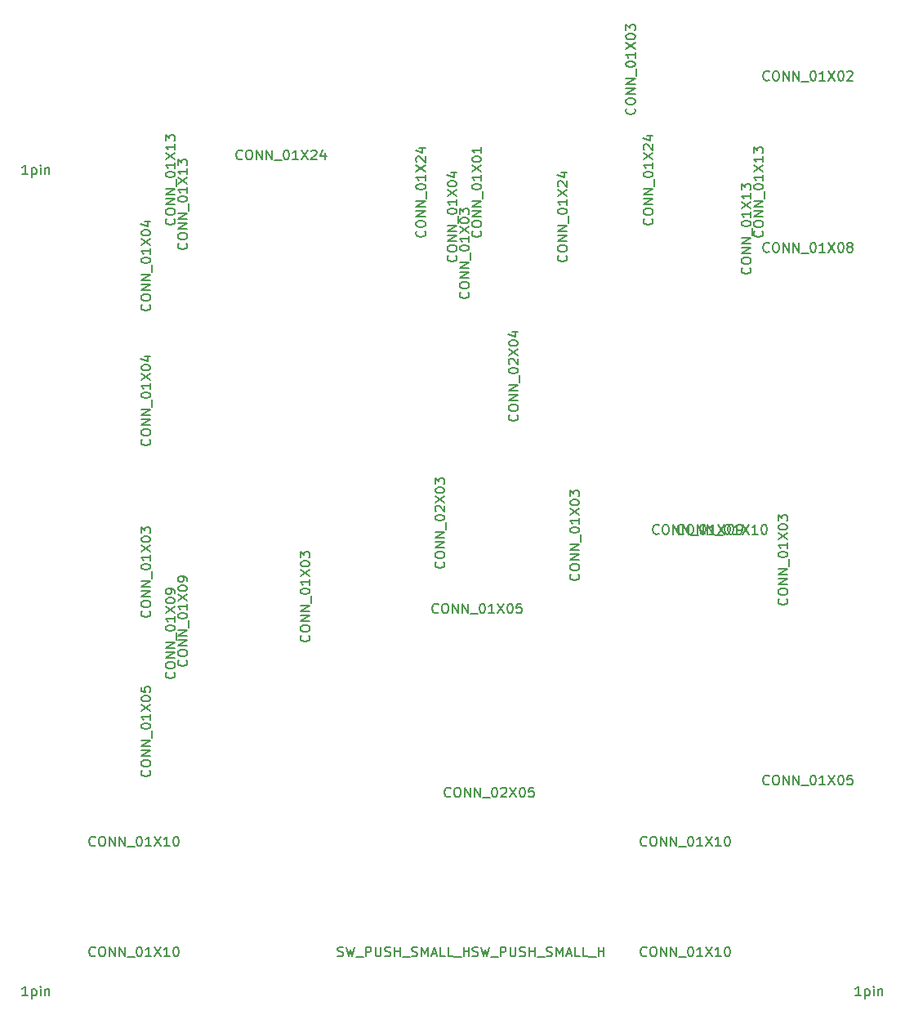
<source format=gbr>
G04 #@! TF.FileFunction,Other,Fab,Top*
%FSLAX46Y46*%
G04 Gerber Fmt 4.6, Leading zero omitted, Abs format (unit mm)*
G04 Created by KiCad (PCBNEW 4.0.4-stable) date 11/21/16 07:18:24*
%MOMM*%
%LPD*%
G01*
G04 APERTURE LIST*
%ADD10C,0.100000*%
%ADD11C,0.150000*%
G04 APERTURE END LIST*
D10*
D11*
X81637143Y-53553809D02*
X81684762Y-53601428D01*
X81732381Y-53744285D01*
X81732381Y-53839523D01*
X81684762Y-53982381D01*
X81589524Y-54077619D01*
X81494286Y-54125238D01*
X81303810Y-54172857D01*
X81160952Y-54172857D01*
X80970476Y-54125238D01*
X80875238Y-54077619D01*
X80780000Y-53982381D01*
X80732381Y-53839523D01*
X80732381Y-53744285D01*
X80780000Y-53601428D01*
X80827619Y-53553809D01*
X80732381Y-52934762D02*
X80732381Y-52744285D01*
X80780000Y-52649047D01*
X80875238Y-52553809D01*
X81065714Y-52506190D01*
X81399048Y-52506190D01*
X81589524Y-52553809D01*
X81684762Y-52649047D01*
X81732381Y-52744285D01*
X81732381Y-52934762D01*
X81684762Y-53030000D01*
X81589524Y-53125238D01*
X81399048Y-53172857D01*
X81065714Y-53172857D01*
X80875238Y-53125238D01*
X80780000Y-53030000D01*
X80732381Y-52934762D01*
X81732381Y-52077619D02*
X80732381Y-52077619D01*
X81732381Y-51506190D01*
X80732381Y-51506190D01*
X81732381Y-51030000D02*
X80732381Y-51030000D01*
X81732381Y-50458571D01*
X80732381Y-50458571D01*
X81827619Y-50220476D02*
X81827619Y-49458571D01*
X80732381Y-49030000D02*
X80732381Y-48934761D01*
X80780000Y-48839523D01*
X80827619Y-48791904D01*
X80922857Y-48744285D01*
X81113333Y-48696666D01*
X81351429Y-48696666D01*
X81541905Y-48744285D01*
X81637143Y-48791904D01*
X81684762Y-48839523D01*
X81732381Y-48934761D01*
X81732381Y-49030000D01*
X81684762Y-49125238D01*
X81637143Y-49172857D01*
X81541905Y-49220476D01*
X81351429Y-49268095D01*
X81113333Y-49268095D01*
X80922857Y-49220476D01*
X80827619Y-49172857D01*
X80780000Y-49125238D01*
X80732381Y-49030000D01*
X81732381Y-47744285D02*
X81732381Y-48315714D01*
X81732381Y-48030000D02*
X80732381Y-48030000D01*
X80875238Y-48125238D01*
X80970476Y-48220476D01*
X81018095Y-48315714D01*
X80732381Y-47410952D02*
X81732381Y-46744285D01*
X80732381Y-46744285D02*
X81732381Y-47410952D01*
X81732381Y-45839523D02*
X81732381Y-46410952D01*
X81732381Y-46125238D02*
X80732381Y-46125238D01*
X80875238Y-46220476D01*
X80970476Y-46315714D01*
X81018095Y-46410952D01*
X80732381Y-45506190D02*
X80732381Y-44887142D01*
X81113333Y-45220476D01*
X81113333Y-45077618D01*
X81160952Y-44982380D01*
X81208571Y-44934761D01*
X81303810Y-44887142D01*
X81541905Y-44887142D01*
X81637143Y-44934761D01*
X81684762Y-44982380D01*
X81732381Y-45077618D01*
X81732381Y-45363333D01*
X81684762Y-45458571D01*
X81637143Y-45506190D01*
X82907143Y-99273809D02*
X82954762Y-99321428D01*
X83002381Y-99464285D01*
X83002381Y-99559523D01*
X82954762Y-99702381D01*
X82859524Y-99797619D01*
X82764286Y-99845238D01*
X82573810Y-99892857D01*
X82430952Y-99892857D01*
X82240476Y-99845238D01*
X82145238Y-99797619D01*
X82050000Y-99702381D01*
X82002381Y-99559523D01*
X82002381Y-99464285D01*
X82050000Y-99321428D01*
X82097619Y-99273809D01*
X82002381Y-98654762D02*
X82002381Y-98464285D01*
X82050000Y-98369047D01*
X82145238Y-98273809D01*
X82335714Y-98226190D01*
X82669048Y-98226190D01*
X82859524Y-98273809D01*
X82954762Y-98369047D01*
X83002381Y-98464285D01*
X83002381Y-98654762D01*
X82954762Y-98750000D01*
X82859524Y-98845238D01*
X82669048Y-98892857D01*
X82335714Y-98892857D01*
X82145238Y-98845238D01*
X82050000Y-98750000D01*
X82002381Y-98654762D01*
X83002381Y-97797619D02*
X82002381Y-97797619D01*
X83002381Y-97226190D01*
X82002381Y-97226190D01*
X83002381Y-96750000D02*
X82002381Y-96750000D01*
X83002381Y-96178571D01*
X82002381Y-96178571D01*
X83097619Y-95940476D02*
X83097619Y-95178571D01*
X82002381Y-94750000D02*
X82002381Y-94654761D01*
X82050000Y-94559523D01*
X82097619Y-94511904D01*
X82192857Y-94464285D01*
X82383333Y-94416666D01*
X82621429Y-94416666D01*
X82811905Y-94464285D01*
X82907143Y-94511904D01*
X82954762Y-94559523D01*
X83002381Y-94654761D01*
X83002381Y-94750000D01*
X82954762Y-94845238D01*
X82907143Y-94892857D01*
X82811905Y-94940476D01*
X82621429Y-94988095D01*
X82383333Y-94988095D01*
X82192857Y-94940476D01*
X82097619Y-94892857D01*
X82050000Y-94845238D01*
X82002381Y-94750000D01*
X83002381Y-93464285D02*
X83002381Y-94035714D01*
X83002381Y-93750000D02*
X82002381Y-93750000D01*
X82145238Y-93845238D01*
X82240476Y-93940476D01*
X82288095Y-94035714D01*
X82002381Y-93130952D02*
X83002381Y-92464285D01*
X82002381Y-92464285D02*
X83002381Y-93130952D01*
X82002381Y-91892857D02*
X82002381Y-91797618D01*
X82050000Y-91702380D01*
X82097619Y-91654761D01*
X82192857Y-91607142D01*
X82383333Y-91559523D01*
X82621429Y-91559523D01*
X82811905Y-91607142D01*
X82907143Y-91654761D01*
X82954762Y-91702380D01*
X83002381Y-91797618D01*
X83002381Y-91892857D01*
X82954762Y-91988095D01*
X82907143Y-92035714D01*
X82811905Y-92083333D01*
X82621429Y-92130952D01*
X82383333Y-92130952D01*
X82192857Y-92083333D01*
X82097619Y-92035714D01*
X82050000Y-91988095D01*
X82002381Y-91892857D01*
X83002381Y-91083333D02*
X83002381Y-90892857D01*
X82954762Y-90797618D01*
X82907143Y-90749999D01*
X82764286Y-90654761D01*
X82573810Y-90607142D01*
X82192857Y-90607142D01*
X82097619Y-90654761D01*
X82050000Y-90702380D01*
X82002381Y-90797618D01*
X82002381Y-90988095D01*
X82050000Y-91083333D01*
X82097619Y-91130952D01*
X82192857Y-91178571D01*
X82430952Y-91178571D01*
X82526190Y-91130952D01*
X82573810Y-91083333D01*
X82621429Y-90988095D01*
X82621429Y-90797618D01*
X82573810Y-90702380D01*
X82526190Y-90654761D01*
X82430952Y-90607142D01*
X82907143Y-56093809D02*
X82954762Y-56141428D01*
X83002381Y-56284285D01*
X83002381Y-56379523D01*
X82954762Y-56522381D01*
X82859524Y-56617619D01*
X82764286Y-56665238D01*
X82573810Y-56712857D01*
X82430952Y-56712857D01*
X82240476Y-56665238D01*
X82145238Y-56617619D01*
X82050000Y-56522381D01*
X82002381Y-56379523D01*
X82002381Y-56284285D01*
X82050000Y-56141428D01*
X82097619Y-56093809D01*
X82002381Y-55474762D02*
X82002381Y-55284285D01*
X82050000Y-55189047D01*
X82145238Y-55093809D01*
X82335714Y-55046190D01*
X82669048Y-55046190D01*
X82859524Y-55093809D01*
X82954762Y-55189047D01*
X83002381Y-55284285D01*
X83002381Y-55474762D01*
X82954762Y-55570000D01*
X82859524Y-55665238D01*
X82669048Y-55712857D01*
X82335714Y-55712857D01*
X82145238Y-55665238D01*
X82050000Y-55570000D01*
X82002381Y-55474762D01*
X83002381Y-54617619D02*
X82002381Y-54617619D01*
X83002381Y-54046190D01*
X82002381Y-54046190D01*
X83002381Y-53570000D02*
X82002381Y-53570000D01*
X83002381Y-52998571D01*
X82002381Y-52998571D01*
X83097619Y-52760476D02*
X83097619Y-51998571D01*
X82002381Y-51570000D02*
X82002381Y-51474761D01*
X82050000Y-51379523D01*
X82097619Y-51331904D01*
X82192857Y-51284285D01*
X82383333Y-51236666D01*
X82621429Y-51236666D01*
X82811905Y-51284285D01*
X82907143Y-51331904D01*
X82954762Y-51379523D01*
X83002381Y-51474761D01*
X83002381Y-51570000D01*
X82954762Y-51665238D01*
X82907143Y-51712857D01*
X82811905Y-51760476D01*
X82621429Y-51808095D01*
X82383333Y-51808095D01*
X82192857Y-51760476D01*
X82097619Y-51712857D01*
X82050000Y-51665238D01*
X82002381Y-51570000D01*
X83002381Y-50284285D02*
X83002381Y-50855714D01*
X83002381Y-50570000D02*
X82002381Y-50570000D01*
X82145238Y-50665238D01*
X82240476Y-50760476D01*
X82288095Y-50855714D01*
X82002381Y-49950952D02*
X83002381Y-49284285D01*
X82002381Y-49284285D02*
X83002381Y-49950952D01*
X83002381Y-48379523D02*
X83002381Y-48950952D01*
X83002381Y-48665238D02*
X82002381Y-48665238D01*
X82145238Y-48760476D01*
X82240476Y-48855714D01*
X82288095Y-48950952D01*
X82002381Y-48046190D02*
X82002381Y-47427142D01*
X82383333Y-47760476D01*
X82383333Y-47617618D01*
X82430952Y-47522380D01*
X82478571Y-47474761D01*
X82573810Y-47427142D01*
X82811905Y-47427142D01*
X82907143Y-47474761D01*
X82954762Y-47522380D01*
X83002381Y-47617618D01*
X83002381Y-47903333D01*
X82954762Y-47998571D01*
X82907143Y-48046190D01*
X81637143Y-100543809D02*
X81684762Y-100591428D01*
X81732381Y-100734285D01*
X81732381Y-100829523D01*
X81684762Y-100972381D01*
X81589524Y-101067619D01*
X81494286Y-101115238D01*
X81303810Y-101162857D01*
X81160952Y-101162857D01*
X80970476Y-101115238D01*
X80875238Y-101067619D01*
X80780000Y-100972381D01*
X80732381Y-100829523D01*
X80732381Y-100734285D01*
X80780000Y-100591428D01*
X80827619Y-100543809D01*
X80732381Y-99924762D02*
X80732381Y-99734285D01*
X80780000Y-99639047D01*
X80875238Y-99543809D01*
X81065714Y-99496190D01*
X81399048Y-99496190D01*
X81589524Y-99543809D01*
X81684762Y-99639047D01*
X81732381Y-99734285D01*
X81732381Y-99924762D01*
X81684762Y-100020000D01*
X81589524Y-100115238D01*
X81399048Y-100162857D01*
X81065714Y-100162857D01*
X80875238Y-100115238D01*
X80780000Y-100020000D01*
X80732381Y-99924762D01*
X81732381Y-99067619D02*
X80732381Y-99067619D01*
X81732381Y-98496190D01*
X80732381Y-98496190D01*
X81732381Y-98020000D02*
X80732381Y-98020000D01*
X81732381Y-97448571D01*
X80732381Y-97448571D01*
X81827619Y-97210476D02*
X81827619Y-96448571D01*
X80732381Y-96020000D02*
X80732381Y-95924761D01*
X80780000Y-95829523D01*
X80827619Y-95781904D01*
X80922857Y-95734285D01*
X81113333Y-95686666D01*
X81351429Y-95686666D01*
X81541905Y-95734285D01*
X81637143Y-95781904D01*
X81684762Y-95829523D01*
X81732381Y-95924761D01*
X81732381Y-96020000D01*
X81684762Y-96115238D01*
X81637143Y-96162857D01*
X81541905Y-96210476D01*
X81351429Y-96258095D01*
X81113333Y-96258095D01*
X80922857Y-96210476D01*
X80827619Y-96162857D01*
X80780000Y-96115238D01*
X80732381Y-96020000D01*
X81732381Y-94734285D02*
X81732381Y-95305714D01*
X81732381Y-95020000D02*
X80732381Y-95020000D01*
X80875238Y-95115238D01*
X80970476Y-95210476D01*
X81018095Y-95305714D01*
X80732381Y-94400952D02*
X81732381Y-93734285D01*
X80732381Y-93734285D02*
X81732381Y-94400952D01*
X80732381Y-93162857D02*
X80732381Y-93067618D01*
X80780000Y-92972380D01*
X80827619Y-92924761D01*
X80922857Y-92877142D01*
X81113333Y-92829523D01*
X81351429Y-92829523D01*
X81541905Y-92877142D01*
X81637143Y-92924761D01*
X81684762Y-92972380D01*
X81732381Y-93067618D01*
X81732381Y-93162857D01*
X81684762Y-93258095D01*
X81637143Y-93305714D01*
X81541905Y-93353333D01*
X81351429Y-93400952D01*
X81113333Y-93400952D01*
X80922857Y-93353333D01*
X80827619Y-93305714D01*
X80780000Y-93258095D01*
X80732381Y-93162857D01*
X81732381Y-92353333D02*
X81732381Y-92162857D01*
X81684762Y-92067618D01*
X81637143Y-92019999D01*
X81494286Y-91924761D01*
X81303810Y-91877142D01*
X80922857Y-91877142D01*
X80827619Y-91924761D01*
X80780000Y-91972380D01*
X80732381Y-92067618D01*
X80732381Y-92258095D01*
X80780000Y-92353333D01*
X80827619Y-92400952D01*
X80922857Y-92448571D01*
X81160952Y-92448571D01*
X81256190Y-92400952D01*
X81303810Y-92353333D01*
X81351429Y-92258095D01*
X81351429Y-92067618D01*
X81303810Y-91972380D01*
X81256190Y-91924761D01*
X81160952Y-91877142D01*
X95607143Y-96733809D02*
X95654762Y-96781428D01*
X95702381Y-96924285D01*
X95702381Y-97019523D01*
X95654762Y-97162381D01*
X95559524Y-97257619D01*
X95464286Y-97305238D01*
X95273810Y-97352857D01*
X95130952Y-97352857D01*
X94940476Y-97305238D01*
X94845238Y-97257619D01*
X94750000Y-97162381D01*
X94702381Y-97019523D01*
X94702381Y-96924285D01*
X94750000Y-96781428D01*
X94797619Y-96733809D01*
X94702381Y-96114762D02*
X94702381Y-95924285D01*
X94750000Y-95829047D01*
X94845238Y-95733809D01*
X95035714Y-95686190D01*
X95369048Y-95686190D01*
X95559524Y-95733809D01*
X95654762Y-95829047D01*
X95702381Y-95924285D01*
X95702381Y-96114762D01*
X95654762Y-96210000D01*
X95559524Y-96305238D01*
X95369048Y-96352857D01*
X95035714Y-96352857D01*
X94845238Y-96305238D01*
X94750000Y-96210000D01*
X94702381Y-96114762D01*
X95702381Y-95257619D02*
X94702381Y-95257619D01*
X95702381Y-94686190D01*
X94702381Y-94686190D01*
X95702381Y-94210000D02*
X94702381Y-94210000D01*
X95702381Y-93638571D01*
X94702381Y-93638571D01*
X95797619Y-93400476D02*
X95797619Y-92638571D01*
X94702381Y-92210000D02*
X94702381Y-92114761D01*
X94750000Y-92019523D01*
X94797619Y-91971904D01*
X94892857Y-91924285D01*
X95083333Y-91876666D01*
X95321429Y-91876666D01*
X95511905Y-91924285D01*
X95607143Y-91971904D01*
X95654762Y-92019523D01*
X95702381Y-92114761D01*
X95702381Y-92210000D01*
X95654762Y-92305238D01*
X95607143Y-92352857D01*
X95511905Y-92400476D01*
X95321429Y-92448095D01*
X95083333Y-92448095D01*
X94892857Y-92400476D01*
X94797619Y-92352857D01*
X94750000Y-92305238D01*
X94702381Y-92210000D01*
X95702381Y-90924285D02*
X95702381Y-91495714D01*
X95702381Y-91210000D02*
X94702381Y-91210000D01*
X94845238Y-91305238D01*
X94940476Y-91400476D01*
X94988095Y-91495714D01*
X94702381Y-90590952D02*
X95702381Y-89924285D01*
X94702381Y-89924285D02*
X95702381Y-90590952D01*
X94702381Y-89352857D02*
X94702381Y-89257618D01*
X94750000Y-89162380D01*
X94797619Y-89114761D01*
X94892857Y-89067142D01*
X95083333Y-89019523D01*
X95321429Y-89019523D01*
X95511905Y-89067142D01*
X95607143Y-89114761D01*
X95654762Y-89162380D01*
X95702381Y-89257618D01*
X95702381Y-89352857D01*
X95654762Y-89448095D01*
X95607143Y-89495714D01*
X95511905Y-89543333D01*
X95321429Y-89590952D01*
X95083333Y-89590952D01*
X94892857Y-89543333D01*
X94797619Y-89495714D01*
X94750000Y-89448095D01*
X94702381Y-89352857D01*
X94702381Y-88686190D02*
X94702381Y-88067142D01*
X95083333Y-88400476D01*
X95083333Y-88257618D01*
X95130952Y-88162380D01*
X95178571Y-88114761D01*
X95273810Y-88067142D01*
X95511905Y-88067142D01*
X95607143Y-88114761D01*
X95654762Y-88162380D01*
X95702381Y-88257618D01*
X95702381Y-88543333D01*
X95654762Y-88638571D01*
X95607143Y-88686190D01*
X123547143Y-90383809D02*
X123594762Y-90431428D01*
X123642381Y-90574285D01*
X123642381Y-90669523D01*
X123594762Y-90812381D01*
X123499524Y-90907619D01*
X123404286Y-90955238D01*
X123213810Y-91002857D01*
X123070952Y-91002857D01*
X122880476Y-90955238D01*
X122785238Y-90907619D01*
X122690000Y-90812381D01*
X122642381Y-90669523D01*
X122642381Y-90574285D01*
X122690000Y-90431428D01*
X122737619Y-90383809D01*
X122642381Y-89764762D02*
X122642381Y-89574285D01*
X122690000Y-89479047D01*
X122785238Y-89383809D01*
X122975714Y-89336190D01*
X123309048Y-89336190D01*
X123499524Y-89383809D01*
X123594762Y-89479047D01*
X123642381Y-89574285D01*
X123642381Y-89764762D01*
X123594762Y-89860000D01*
X123499524Y-89955238D01*
X123309048Y-90002857D01*
X122975714Y-90002857D01*
X122785238Y-89955238D01*
X122690000Y-89860000D01*
X122642381Y-89764762D01*
X123642381Y-88907619D02*
X122642381Y-88907619D01*
X123642381Y-88336190D01*
X122642381Y-88336190D01*
X123642381Y-87860000D02*
X122642381Y-87860000D01*
X123642381Y-87288571D01*
X122642381Y-87288571D01*
X123737619Y-87050476D02*
X123737619Y-86288571D01*
X122642381Y-85860000D02*
X122642381Y-85764761D01*
X122690000Y-85669523D01*
X122737619Y-85621904D01*
X122832857Y-85574285D01*
X123023333Y-85526666D01*
X123261429Y-85526666D01*
X123451905Y-85574285D01*
X123547143Y-85621904D01*
X123594762Y-85669523D01*
X123642381Y-85764761D01*
X123642381Y-85860000D01*
X123594762Y-85955238D01*
X123547143Y-86002857D01*
X123451905Y-86050476D01*
X123261429Y-86098095D01*
X123023333Y-86098095D01*
X122832857Y-86050476D01*
X122737619Y-86002857D01*
X122690000Y-85955238D01*
X122642381Y-85860000D01*
X123642381Y-84574285D02*
X123642381Y-85145714D01*
X123642381Y-84860000D02*
X122642381Y-84860000D01*
X122785238Y-84955238D01*
X122880476Y-85050476D01*
X122928095Y-85145714D01*
X122642381Y-84240952D02*
X123642381Y-83574285D01*
X122642381Y-83574285D02*
X123642381Y-84240952D01*
X122642381Y-83002857D02*
X122642381Y-82907618D01*
X122690000Y-82812380D01*
X122737619Y-82764761D01*
X122832857Y-82717142D01*
X123023333Y-82669523D01*
X123261429Y-82669523D01*
X123451905Y-82717142D01*
X123547143Y-82764761D01*
X123594762Y-82812380D01*
X123642381Y-82907618D01*
X123642381Y-83002857D01*
X123594762Y-83098095D01*
X123547143Y-83145714D01*
X123451905Y-83193333D01*
X123261429Y-83240952D01*
X123023333Y-83240952D01*
X122832857Y-83193333D01*
X122737619Y-83145714D01*
X122690000Y-83098095D01*
X122642381Y-83002857D01*
X122642381Y-82336190D02*
X122642381Y-81717142D01*
X123023333Y-82050476D01*
X123023333Y-81907618D01*
X123070952Y-81812380D01*
X123118571Y-81764761D01*
X123213810Y-81717142D01*
X123451905Y-81717142D01*
X123547143Y-81764761D01*
X123594762Y-81812380D01*
X123642381Y-81907618D01*
X123642381Y-82193333D01*
X123594762Y-82288571D01*
X123547143Y-82336190D01*
X129337143Y-42123809D02*
X129384762Y-42171428D01*
X129432381Y-42314285D01*
X129432381Y-42409523D01*
X129384762Y-42552381D01*
X129289524Y-42647619D01*
X129194286Y-42695238D01*
X129003810Y-42742857D01*
X128860952Y-42742857D01*
X128670476Y-42695238D01*
X128575238Y-42647619D01*
X128480000Y-42552381D01*
X128432381Y-42409523D01*
X128432381Y-42314285D01*
X128480000Y-42171428D01*
X128527619Y-42123809D01*
X128432381Y-41504762D02*
X128432381Y-41314285D01*
X128480000Y-41219047D01*
X128575238Y-41123809D01*
X128765714Y-41076190D01*
X129099048Y-41076190D01*
X129289524Y-41123809D01*
X129384762Y-41219047D01*
X129432381Y-41314285D01*
X129432381Y-41504762D01*
X129384762Y-41600000D01*
X129289524Y-41695238D01*
X129099048Y-41742857D01*
X128765714Y-41742857D01*
X128575238Y-41695238D01*
X128480000Y-41600000D01*
X128432381Y-41504762D01*
X129432381Y-40647619D02*
X128432381Y-40647619D01*
X129432381Y-40076190D01*
X128432381Y-40076190D01*
X129432381Y-39600000D02*
X128432381Y-39600000D01*
X129432381Y-39028571D01*
X128432381Y-39028571D01*
X129527619Y-38790476D02*
X129527619Y-38028571D01*
X128432381Y-37600000D02*
X128432381Y-37504761D01*
X128480000Y-37409523D01*
X128527619Y-37361904D01*
X128622857Y-37314285D01*
X128813333Y-37266666D01*
X129051429Y-37266666D01*
X129241905Y-37314285D01*
X129337143Y-37361904D01*
X129384762Y-37409523D01*
X129432381Y-37504761D01*
X129432381Y-37600000D01*
X129384762Y-37695238D01*
X129337143Y-37742857D01*
X129241905Y-37790476D01*
X129051429Y-37838095D01*
X128813333Y-37838095D01*
X128622857Y-37790476D01*
X128527619Y-37742857D01*
X128480000Y-37695238D01*
X128432381Y-37600000D01*
X129432381Y-36314285D02*
X129432381Y-36885714D01*
X129432381Y-36600000D02*
X128432381Y-36600000D01*
X128575238Y-36695238D01*
X128670476Y-36790476D01*
X128718095Y-36885714D01*
X128432381Y-35980952D02*
X129432381Y-35314285D01*
X128432381Y-35314285D02*
X129432381Y-35980952D01*
X128432381Y-34742857D02*
X128432381Y-34647618D01*
X128480000Y-34552380D01*
X128527619Y-34504761D01*
X128622857Y-34457142D01*
X128813333Y-34409523D01*
X129051429Y-34409523D01*
X129241905Y-34457142D01*
X129337143Y-34504761D01*
X129384762Y-34552380D01*
X129432381Y-34647618D01*
X129432381Y-34742857D01*
X129384762Y-34838095D01*
X129337143Y-34885714D01*
X129241905Y-34933333D01*
X129051429Y-34980952D01*
X128813333Y-34980952D01*
X128622857Y-34933333D01*
X128527619Y-34885714D01*
X128480000Y-34838095D01*
X128432381Y-34742857D01*
X128432381Y-34076190D02*
X128432381Y-33457142D01*
X128813333Y-33790476D01*
X128813333Y-33647618D01*
X128860952Y-33552380D01*
X128908571Y-33504761D01*
X129003810Y-33457142D01*
X129241905Y-33457142D01*
X129337143Y-33504761D01*
X129384762Y-33552380D01*
X129432381Y-33647618D01*
X129432381Y-33933333D01*
X129384762Y-34028571D01*
X129337143Y-34076190D01*
X88686191Y-47347143D02*
X88638572Y-47394762D01*
X88495715Y-47442381D01*
X88400477Y-47442381D01*
X88257619Y-47394762D01*
X88162381Y-47299524D01*
X88114762Y-47204286D01*
X88067143Y-47013810D01*
X88067143Y-46870952D01*
X88114762Y-46680476D01*
X88162381Y-46585238D01*
X88257619Y-46490000D01*
X88400477Y-46442381D01*
X88495715Y-46442381D01*
X88638572Y-46490000D01*
X88686191Y-46537619D01*
X89305238Y-46442381D02*
X89495715Y-46442381D01*
X89590953Y-46490000D01*
X89686191Y-46585238D01*
X89733810Y-46775714D01*
X89733810Y-47109048D01*
X89686191Y-47299524D01*
X89590953Y-47394762D01*
X89495715Y-47442381D01*
X89305238Y-47442381D01*
X89210000Y-47394762D01*
X89114762Y-47299524D01*
X89067143Y-47109048D01*
X89067143Y-46775714D01*
X89114762Y-46585238D01*
X89210000Y-46490000D01*
X89305238Y-46442381D01*
X90162381Y-47442381D02*
X90162381Y-46442381D01*
X90733810Y-47442381D01*
X90733810Y-46442381D01*
X91210000Y-47442381D02*
X91210000Y-46442381D01*
X91781429Y-47442381D01*
X91781429Y-46442381D01*
X92019524Y-47537619D02*
X92781429Y-47537619D01*
X93210000Y-46442381D02*
X93305239Y-46442381D01*
X93400477Y-46490000D01*
X93448096Y-46537619D01*
X93495715Y-46632857D01*
X93543334Y-46823333D01*
X93543334Y-47061429D01*
X93495715Y-47251905D01*
X93448096Y-47347143D01*
X93400477Y-47394762D01*
X93305239Y-47442381D01*
X93210000Y-47442381D01*
X93114762Y-47394762D01*
X93067143Y-47347143D01*
X93019524Y-47251905D01*
X92971905Y-47061429D01*
X92971905Y-46823333D01*
X93019524Y-46632857D01*
X93067143Y-46537619D01*
X93114762Y-46490000D01*
X93210000Y-46442381D01*
X94495715Y-47442381D02*
X93924286Y-47442381D01*
X94210000Y-47442381D02*
X94210000Y-46442381D01*
X94114762Y-46585238D01*
X94019524Y-46680476D01*
X93924286Y-46728095D01*
X94829048Y-46442381D02*
X95495715Y-47442381D01*
X95495715Y-46442381D02*
X94829048Y-47442381D01*
X95829048Y-46537619D02*
X95876667Y-46490000D01*
X95971905Y-46442381D01*
X96210001Y-46442381D01*
X96305239Y-46490000D01*
X96352858Y-46537619D01*
X96400477Y-46632857D01*
X96400477Y-46728095D01*
X96352858Y-46870952D01*
X95781429Y-47442381D01*
X96400477Y-47442381D01*
X97257620Y-46775714D02*
X97257620Y-47442381D01*
X97019524Y-46394762D02*
X96781429Y-47109048D01*
X97400477Y-47109048D01*
X107597143Y-54823809D02*
X107644762Y-54871428D01*
X107692381Y-55014285D01*
X107692381Y-55109523D01*
X107644762Y-55252381D01*
X107549524Y-55347619D01*
X107454286Y-55395238D01*
X107263810Y-55442857D01*
X107120952Y-55442857D01*
X106930476Y-55395238D01*
X106835238Y-55347619D01*
X106740000Y-55252381D01*
X106692381Y-55109523D01*
X106692381Y-55014285D01*
X106740000Y-54871428D01*
X106787619Y-54823809D01*
X106692381Y-54204762D02*
X106692381Y-54014285D01*
X106740000Y-53919047D01*
X106835238Y-53823809D01*
X107025714Y-53776190D01*
X107359048Y-53776190D01*
X107549524Y-53823809D01*
X107644762Y-53919047D01*
X107692381Y-54014285D01*
X107692381Y-54204762D01*
X107644762Y-54300000D01*
X107549524Y-54395238D01*
X107359048Y-54442857D01*
X107025714Y-54442857D01*
X106835238Y-54395238D01*
X106740000Y-54300000D01*
X106692381Y-54204762D01*
X107692381Y-53347619D02*
X106692381Y-53347619D01*
X107692381Y-52776190D01*
X106692381Y-52776190D01*
X107692381Y-52300000D02*
X106692381Y-52300000D01*
X107692381Y-51728571D01*
X106692381Y-51728571D01*
X107787619Y-51490476D02*
X107787619Y-50728571D01*
X106692381Y-50300000D02*
X106692381Y-50204761D01*
X106740000Y-50109523D01*
X106787619Y-50061904D01*
X106882857Y-50014285D01*
X107073333Y-49966666D01*
X107311429Y-49966666D01*
X107501905Y-50014285D01*
X107597143Y-50061904D01*
X107644762Y-50109523D01*
X107692381Y-50204761D01*
X107692381Y-50300000D01*
X107644762Y-50395238D01*
X107597143Y-50442857D01*
X107501905Y-50490476D01*
X107311429Y-50538095D01*
X107073333Y-50538095D01*
X106882857Y-50490476D01*
X106787619Y-50442857D01*
X106740000Y-50395238D01*
X106692381Y-50300000D01*
X107692381Y-49014285D02*
X107692381Y-49585714D01*
X107692381Y-49300000D02*
X106692381Y-49300000D01*
X106835238Y-49395238D01*
X106930476Y-49490476D01*
X106978095Y-49585714D01*
X106692381Y-48680952D02*
X107692381Y-48014285D01*
X106692381Y-48014285D02*
X107692381Y-48680952D01*
X106787619Y-47680952D02*
X106740000Y-47633333D01*
X106692381Y-47538095D01*
X106692381Y-47299999D01*
X106740000Y-47204761D01*
X106787619Y-47157142D01*
X106882857Y-47109523D01*
X106978095Y-47109523D01*
X107120952Y-47157142D01*
X107692381Y-47728571D01*
X107692381Y-47109523D01*
X107025714Y-46252380D02*
X107692381Y-46252380D01*
X106644762Y-46490476D02*
X107359048Y-46728571D01*
X107359048Y-46109523D01*
X79097143Y-94193809D02*
X79144762Y-94241428D01*
X79192381Y-94384285D01*
X79192381Y-94479523D01*
X79144762Y-94622381D01*
X79049524Y-94717619D01*
X78954286Y-94765238D01*
X78763810Y-94812857D01*
X78620952Y-94812857D01*
X78430476Y-94765238D01*
X78335238Y-94717619D01*
X78240000Y-94622381D01*
X78192381Y-94479523D01*
X78192381Y-94384285D01*
X78240000Y-94241428D01*
X78287619Y-94193809D01*
X78192381Y-93574762D02*
X78192381Y-93384285D01*
X78240000Y-93289047D01*
X78335238Y-93193809D01*
X78525714Y-93146190D01*
X78859048Y-93146190D01*
X79049524Y-93193809D01*
X79144762Y-93289047D01*
X79192381Y-93384285D01*
X79192381Y-93574762D01*
X79144762Y-93670000D01*
X79049524Y-93765238D01*
X78859048Y-93812857D01*
X78525714Y-93812857D01*
X78335238Y-93765238D01*
X78240000Y-93670000D01*
X78192381Y-93574762D01*
X79192381Y-92717619D02*
X78192381Y-92717619D01*
X79192381Y-92146190D01*
X78192381Y-92146190D01*
X79192381Y-91670000D02*
X78192381Y-91670000D01*
X79192381Y-91098571D01*
X78192381Y-91098571D01*
X79287619Y-90860476D02*
X79287619Y-90098571D01*
X78192381Y-89670000D02*
X78192381Y-89574761D01*
X78240000Y-89479523D01*
X78287619Y-89431904D01*
X78382857Y-89384285D01*
X78573333Y-89336666D01*
X78811429Y-89336666D01*
X79001905Y-89384285D01*
X79097143Y-89431904D01*
X79144762Y-89479523D01*
X79192381Y-89574761D01*
X79192381Y-89670000D01*
X79144762Y-89765238D01*
X79097143Y-89812857D01*
X79001905Y-89860476D01*
X78811429Y-89908095D01*
X78573333Y-89908095D01*
X78382857Y-89860476D01*
X78287619Y-89812857D01*
X78240000Y-89765238D01*
X78192381Y-89670000D01*
X79192381Y-88384285D02*
X79192381Y-88955714D01*
X79192381Y-88670000D02*
X78192381Y-88670000D01*
X78335238Y-88765238D01*
X78430476Y-88860476D01*
X78478095Y-88955714D01*
X78192381Y-88050952D02*
X79192381Y-87384285D01*
X78192381Y-87384285D02*
X79192381Y-88050952D01*
X78192381Y-86812857D02*
X78192381Y-86717618D01*
X78240000Y-86622380D01*
X78287619Y-86574761D01*
X78382857Y-86527142D01*
X78573333Y-86479523D01*
X78811429Y-86479523D01*
X79001905Y-86527142D01*
X79097143Y-86574761D01*
X79144762Y-86622380D01*
X79192381Y-86717618D01*
X79192381Y-86812857D01*
X79144762Y-86908095D01*
X79097143Y-86955714D01*
X79001905Y-87003333D01*
X78811429Y-87050952D01*
X78573333Y-87050952D01*
X78382857Y-87003333D01*
X78287619Y-86955714D01*
X78240000Y-86908095D01*
X78192381Y-86812857D01*
X78192381Y-86146190D02*
X78192381Y-85527142D01*
X78573333Y-85860476D01*
X78573333Y-85717618D01*
X78620952Y-85622380D01*
X78668571Y-85574761D01*
X78763810Y-85527142D01*
X79001905Y-85527142D01*
X79097143Y-85574761D01*
X79144762Y-85622380D01*
X79192381Y-85717618D01*
X79192381Y-86003333D01*
X79144762Y-86098571D01*
X79097143Y-86146190D01*
X122277143Y-57363809D02*
X122324762Y-57411428D01*
X122372381Y-57554285D01*
X122372381Y-57649523D01*
X122324762Y-57792381D01*
X122229524Y-57887619D01*
X122134286Y-57935238D01*
X121943810Y-57982857D01*
X121800952Y-57982857D01*
X121610476Y-57935238D01*
X121515238Y-57887619D01*
X121420000Y-57792381D01*
X121372381Y-57649523D01*
X121372381Y-57554285D01*
X121420000Y-57411428D01*
X121467619Y-57363809D01*
X121372381Y-56744762D02*
X121372381Y-56554285D01*
X121420000Y-56459047D01*
X121515238Y-56363809D01*
X121705714Y-56316190D01*
X122039048Y-56316190D01*
X122229524Y-56363809D01*
X122324762Y-56459047D01*
X122372381Y-56554285D01*
X122372381Y-56744762D01*
X122324762Y-56840000D01*
X122229524Y-56935238D01*
X122039048Y-56982857D01*
X121705714Y-56982857D01*
X121515238Y-56935238D01*
X121420000Y-56840000D01*
X121372381Y-56744762D01*
X122372381Y-55887619D02*
X121372381Y-55887619D01*
X122372381Y-55316190D01*
X121372381Y-55316190D01*
X122372381Y-54840000D02*
X121372381Y-54840000D01*
X122372381Y-54268571D01*
X121372381Y-54268571D01*
X122467619Y-54030476D02*
X122467619Y-53268571D01*
X121372381Y-52840000D02*
X121372381Y-52744761D01*
X121420000Y-52649523D01*
X121467619Y-52601904D01*
X121562857Y-52554285D01*
X121753333Y-52506666D01*
X121991429Y-52506666D01*
X122181905Y-52554285D01*
X122277143Y-52601904D01*
X122324762Y-52649523D01*
X122372381Y-52744761D01*
X122372381Y-52840000D01*
X122324762Y-52935238D01*
X122277143Y-52982857D01*
X122181905Y-53030476D01*
X121991429Y-53078095D01*
X121753333Y-53078095D01*
X121562857Y-53030476D01*
X121467619Y-52982857D01*
X121420000Y-52935238D01*
X121372381Y-52840000D01*
X122372381Y-51554285D02*
X122372381Y-52125714D01*
X122372381Y-51840000D02*
X121372381Y-51840000D01*
X121515238Y-51935238D01*
X121610476Y-52030476D01*
X121658095Y-52125714D01*
X121372381Y-51220952D02*
X122372381Y-50554285D01*
X121372381Y-50554285D02*
X122372381Y-51220952D01*
X121467619Y-50220952D02*
X121420000Y-50173333D01*
X121372381Y-50078095D01*
X121372381Y-49839999D01*
X121420000Y-49744761D01*
X121467619Y-49697142D01*
X121562857Y-49649523D01*
X121658095Y-49649523D01*
X121800952Y-49697142D01*
X122372381Y-50268571D01*
X122372381Y-49649523D01*
X121705714Y-48792380D02*
X122372381Y-48792380D01*
X121324762Y-49030476D02*
X122039048Y-49268571D01*
X122039048Y-48649523D01*
X131167143Y-53553809D02*
X131214762Y-53601428D01*
X131262381Y-53744285D01*
X131262381Y-53839523D01*
X131214762Y-53982381D01*
X131119524Y-54077619D01*
X131024286Y-54125238D01*
X130833810Y-54172857D01*
X130690952Y-54172857D01*
X130500476Y-54125238D01*
X130405238Y-54077619D01*
X130310000Y-53982381D01*
X130262381Y-53839523D01*
X130262381Y-53744285D01*
X130310000Y-53601428D01*
X130357619Y-53553809D01*
X130262381Y-52934762D02*
X130262381Y-52744285D01*
X130310000Y-52649047D01*
X130405238Y-52553809D01*
X130595714Y-52506190D01*
X130929048Y-52506190D01*
X131119524Y-52553809D01*
X131214762Y-52649047D01*
X131262381Y-52744285D01*
X131262381Y-52934762D01*
X131214762Y-53030000D01*
X131119524Y-53125238D01*
X130929048Y-53172857D01*
X130595714Y-53172857D01*
X130405238Y-53125238D01*
X130310000Y-53030000D01*
X130262381Y-52934762D01*
X131262381Y-52077619D02*
X130262381Y-52077619D01*
X131262381Y-51506190D01*
X130262381Y-51506190D01*
X131262381Y-51030000D02*
X130262381Y-51030000D01*
X131262381Y-50458571D01*
X130262381Y-50458571D01*
X131357619Y-50220476D02*
X131357619Y-49458571D01*
X130262381Y-49030000D02*
X130262381Y-48934761D01*
X130310000Y-48839523D01*
X130357619Y-48791904D01*
X130452857Y-48744285D01*
X130643333Y-48696666D01*
X130881429Y-48696666D01*
X131071905Y-48744285D01*
X131167143Y-48791904D01*
X131214762Y-48839523D01*
X131262381Y-48934761D01*
X131262381Y-49030000D01*
X131214762Y-49125238D01*
X131167143Y-49172857D01*
X131071905Y-49220476D01*
X130881429Y-49268095D01*
X130643333Y-49268095D01*
X130452857Y-49220476D01*
X130357619Y-49172857D01*
X130310000Y-49125238D01*
X130262381Y-49030000D01*
X131262381Y-47744285D02*
X131262381Y-48315714D01*
X131262381Y-48030000D02*
X130262381Y-48030000D01*
X130405238Y-48125238D01*
X130500476Y-48220476D01*
X130548095Y-48315714D01*
X130262381Y-47410952D02*
X131262381Y-46744285D01*
X130262381Y-46744285D02*
X131262381Y-47410952D01*
X130357619Y-46410952D02*
X130310000Y-46363333D01*
X130262381Y-46268095D01*
X130262381Y-46029999D01*
X130310000Y-45934761D01*
X130357619Y-45887142D01*
X130452857Y-45839523D01*
X130548095Y-45839523D01*
X130690952Y-45887142D01*
X131262381Y-46458571D01*
X131262381Y-45839523D01*
X130595714Y-44982380D02*
X131262381Y-44982380D01*
X130214762Y-45220476D02*
X130929048Y-45458571D01*
X130929048Y-44839523D01*
X142597143Y-54823809D02*
X142644762Y-54871428D01*
X142692381Y-55014285D01*
X142692381Y-55109523D01*
X142644762Y-55252381D01*
X142549524Y-55347619D01*
X142454286Y-55395238D01*
X142263810Y-55442857D01*
X142120952Y-55442857D01*
X141930476Y-55395238D01*
X141835238Y-55347619D01*
X141740000Y-55252381D01*
X141692381Y-55109523D01*
X141692381Y-55014285D01*
X141740000Y-54871428D01*
X141787619Y-54823809D01*
X141692381Y-54204762D02*
X141692381Y-54014285D01*
X141740000Y-53919047D01*
X141835238Y-53823809D01*
X142025714Y-53776190D01*
X142359048Y-53776190D01*
X142549524Y-53823809D01*
X142644762Y-53919047D01*
X142692381Y-54014285D01*
X142692381Y-54204762D01*
X142644762Y-54300000D01*
X142549524Y-54395238D01*
X142359048Y-54442857D01*
X142025714Y-54442857D01*
X141835238Y-54395238D01*
X141740000Y-54300000D01*
X141692381Y-54204762D01*
X142692381Y-53347619D02*
X141692381Y-53347619D01*
X142692381Y-52776190D01*
X141692381Y-52776190D01*
X142692381Y-52300000D02*
X141692381Y-52300000D01*
X142692381Y-51728571D01*
X141692381Y-51728571D01*
X142787619Y-51490476D02*
X142787619Y-50728571D01*
X141692381Y-50300000D02*
X141692381Y-50204761D01*
X141740000Y-50109523D01*
X141787619Y-50061904D01*
X141882857Y-50014285D01*
X142073333Y-49966666D01*
X142311429Y-49966666D01*
X142501905Y-50014285D01*
X142597143Y-50061904D01*
X142644762Y-50109523D01*
X142692381Y-50204761D01*
X142692381Y-50300000D01*
X142644762Y-50395238D01*
X142597143Y-50442857D01*
X142501905Y-50490476D01*
X142311429Y-50538095D01*
X142073333Y-50538095D01*
X141882857Y-50490476D01*
X141787619Y-50442857D01*
X141740000Y-50395238D01*
X141692381Y-50300000D01*
X142692381Y-49014285D02*
X142692381Y-49585714D01*
X142692381Y-49300000D02*
X141692381Y-49300000D01*
X141835238Y-49395238D01*
X141930476Y-49490476D01*
X141978095Y-49585714D01*
X141692381Y-48680952D02*
X142692381Y-48014285D01*
X141692381Y-48014285D02*
X142692381Y-48680952D01*
X142692381Y-47109523D02*
X142692381Y-47680952D01*
X142692381Y-47395238D02*
X141692381Y-47395238D01*
X141835238Y-47490476D01*
X141930476Y-47585714D01*
X141978095Y-47680952D01*
X141692381Y-46776190D02*
X141692381Y-46157142D01*
X142073333Y-46490476D01*
X142073333Y-46347618D01*
X142120952Y-46252380D01*
X142168571Y-46204761D01*
X142263810Y-46157142D01*
X142501905Y-46157142D01*
X142597143Y-46204761D01*
X142644762Y-46252380D01*
X142692381Y-46347618D01*
X142692381Y-46633333D01*
X142644762Y-46728571D01*
X142597143Y-46776190D01*
X131866191Y-86157143D02*
X131818572Y-86204762D01*
X131675715Y-86252381D01*
X131580477Y-86252381D01*
X131437619Y-86204762D01*
X131342381Y-86109524D01*
X131294762Y-86014286D01*
X131247143Y-85823810D01*
X131247143Y-85680952D01*
X131294762Y-85490476D01*
X131342381Y-85395238D01*
X131437619Y-85300000D01*
X131580477Y-85252381D01*
X131675715Y-85252381D01*
X131818572Y-85300000D01*
X131866191Y-85347619D01*
X132485238Y-85252381D02*
X132675715Y-85252381D01*
X132770953Y-85300000D01*
X132866191Y-85395238D01*
X132913810Y-85585714D01*
X132913810Y-85919048D01*
X132866191Y-86109524D01*
X132770953Y-86204762D01*
X132675715Y-86252381D01*
X132485238Y-86252381D01*
X132390000Y-86204762D01*
X132294762Y-86109524D01*
X132247143Y-85919048D01*
X132247143Y-85585714D01*
X132294762Y-85395238D01*
X132390000Y-85300000D01*
X132485238Y-85252381D01*
X133342381Y-86252381D02*
X133342381Y-85252381D01*
X133913810Y-86252381D01*
X133913810Y-85252381D01*
X134390000Y-86252381D02*
X134390000Y-85252381D01*
X134961429Y-86252381D01*
X134961429Y-85252381D01*
X135199524Y-86347619D02*
X135961429Y-86347619D01*
X136390000Y-85252381D02*
X136485239Y-85252381D01*
X136580477Y-85300000D01*
X136628096Y-85347619D01*
X136675715Y-85442857D01*
X136723334Y-85633333D01*
X136723334Y-85871429D01*
X136675715Y-86061905D01*
X136628096Y-86157143D01*
X136580477Y-86204762D01*
X136485239Y-86252381D01*
X136390000Y-86252381D01*
X136294762Y-86204762D01*
X136247143Y-86157143D01*
X136199524Y-86061905D01*
X136151905Y-85871429D01*
X136151905Y-85633333D01*
X136199524Y-85442857D01*
X136247143Y-85347619D01*
X136294762Y-85300000D01*
X136390000Y-85252381D01*
X137675715Y-86252381D02*
X137104286Y-86252381D01*
X137390000Y-86252381D02*
X137390000Y-85252381D01*
X137294762Y-85395238D01*
X137199524Y-85490476D01*
X137104286Y-85538095D01*
X138009048Y-85252381D02*
X138675715Y-86252381D01*
X138675715Y-85252381D02*
X138009048Y-86252381D01*
X139247143Y-85252381D02*
X139342382Y-85252381D01*
X139437620Y-85300000D01*
X139485239Y-85347619D01*
X139532858Y-85442857D01*
X139580477Y-85633333D01*
X139580477Y-85871429D01*
X139532858Y-86061905D01*
X139485239Y-86157143D01*
X139437620Y-86204762D01*
X139342382Y-86252381D01*
X139247143Y-86252381D01*
X139151905Y-86204762D01*
X139104286Y-86157143D01*
X139056667Y-86061905D01*
X139009048Y-85871429D01*
X139009048Y-85633333D01*
X139056667Y-85442857D01*
X139104286Y-85347619D01*
X139151905Y-85300000D01*
X139247143Y-85252381D01*
X140056667Y-86252381D02*
X140247143Y-86252381D01*
X140342382Y-86204762D01*
X140390001Y-86157143D01*
X140485239Y-86014286D01*
X140532858Y-85823810D01*
X140532858Y-85442857D01*
X140485239Y-85347619D01*
X140437620Y-85300000D01*
X140342382Y-85252381D01*
X140151905Y-85252381D01*
X140056667Y-85300000D01*
X140009048Y-85347619D01*
X139961429Y-85442857D01*
X139961429Y-85680952D01*
X140009048Y-85776190D01*
X140056667Y-85823810D01*
X140151905Y-85871429D01*
X140342382Y-85871429D01*
X140437620Y-85823810D01*
X140485239Y-85776190D01*
X140532858Y-85680952D01*
X141327143Y-58633809D02*
X141374762Y-58681428D01*
X141422381Y-58824285D01*
X141422381Y-58919523D01*
X141374762Y-59062381D01*
X141279524Y-59157619D01*
X141184286Y-59205238D01*
X140993810Y-59252857D01*
X140850952Y-59252857D01*
X140660476Y-59205238D01*
X140565238Y-59157619D01*
X140470000Y-59062381D01*
X140422381Y-58919523D01*
X140422381Y-58824285D01*
X140470000Y-58681428D01*
X140517619Y-58633809D01*
X140422381Y-58014762D02*
X140422381Y-57824285D01*
X140470000Y-57729047D01*
X140565238Y-57633809D01*
X140755714Y-57586190D01*
X141089048Y-57586190D01*
X141279524Y-57633809D01*
X141374762Y-57729047D01*
X141422381Y-57824285D01*
X141422381Y-58014762D01*
X141374762Y-58110000D01*
X141279524Y-58205238D01*
X141089048Y-58252857D01*
X140755714Y-58252857D01*
X140565238Y-58205238D01*
X140470000Y-58110000D01*
X140422381Y-58014762D01*
X141422381Y-57157619D02*
X140422381Y-57157619D01*
X141422381Y-56586190D01*
X140422381Y-56586190D01*
X141422381Y-56110000D02*
X140422381Y-56110000D01*
X141422381Y-55538571D01*
X140422381Y-55538571D01*
X141517619Y-55300476D02*
X141517619Y-54538571D01*
X140422381Y-54110000D02*
X140422381Y-54014761D01*
X140470000Y-53919523D01*
X140517619Y-53871904D01*
X140612857Y-53824285D01*
X140803333Y-53776666D01*
X141041429Y-53776666D01*
X141231905Y-53824285D01*
X141327143Y-53871904D01*
X141374762Y-53919523D01*
X141422381Y-54014761D01*
X141422381Y-54110000D01*
X141374762Y-54205238D01*
X141327143Y-54252857D01*
X141231905Y-54300476D01*
X141041429Y-54348095D01*
X140803333Y-54348095D01*
X140612857Y-54300476D01*
X140517619Y-54252857D01*
X140470000Y-54205238D01*
X140422381Y-54110000D01*
X141422381Y-52824285D02*
X141422381Y-53395714D01*
X141422381Y-53110000D02*
X140422381Y-53110000D01*
X140565238Y-53205238D01*
X140660476Y-53300476D01*
X140708095Y-53395714D01*
X140422381Y-52490952D02*
X141422381Y-51824285D01*
X140422381Y-51824285D02*
X141422381Y-52490952D01*
X141422381Y-50919523D02*
X141422381Y-51490952D01*
X141422381Y-51205238D02*
X140422381Y-51205238D01*
X140565238Y-51300476D01*
X140660476Y-51395714D01*
X140708095Y-51490952D01*
X140422381Y-50586190D02*
X140422381Y-49967142D01*
X140803333Y-50300476D01*
X140803333Y-50157618D01*
X140850952Y-50062380D01*
X140898571Y-50014761D01*
X140993810Y-49967142D01*
X141231905Y-49967142D01*
X141327143Y-50014761D01*
X141374762Y-50062380D01*
X141422381Y-50157618D01*
X141422381Y-50443333D01*
X141374762Y-50538571D01*
X141327143Y-50586190D01*
X134406191Y-86157143D02*
X134358572Y-86204762D01*
X134215715Y-86252381D01*
X134120477Y-86252381D01*
X133977619Y-86204762D01*
X133882381Y-86109524D01*
X133834762Y-86014286D01*
X133787143Y-85823810D01*
X133787143Y-85680952D01*
X133834762Y-85490476D01*
X133882381Y-85395238D01*
X133977619Y-85300000D01*
X134120477Y-85252381D01*
X134215715Y-85252381D01*
X134358572Y-85300000D01*
X134406191Y-85347619D01*
X135025238Y-85252381D02*
X135215715Y-85252381D01*
X135310953Y-85300000D01*
X135406191Y-85395238D01*
X135453810Y-85585714D01*
X135453810Y-85919048D01*
X135406191Y-86109524D01*
X135310953Y-86204762D01*
X135215715Y-86252381D01*
X135025238Y-86252381D01*
X134930000Y-86204762D01*
X134834762Y-86109524D01*
X134787143Y-85919048D01*
X134787143Y-85585714D01*
X134834762Y-85395238D01*
X134930000Y-85300000D01*
X135025238Y-85252381D01*
X135882381Y-86252381D02*
X135882381Y-85252381D01*
X136453810Y-86252381D01*
X136453810Y-85252381D01*
X136930000Y-86252381D02*
X136930000Y-85252381D01*
X137501429Y-86252381D01*
X137501429Y-85252381D01*
X137739524Y-86347619D02*
X138501429Y-86347619D01*
X138930000Y-85252381D02*
X139025239Y-85252381D01*
X139120477Y-85300000D01*
X139168096Y-85347619D01*
X139215715Y-85442857D01*
X139263334Y-85633333D01*
X139263334Y-85871429D01*
X139215715Y-86061905D01*
X139168096Y-86157143D01*
X139120477Y-86204762D01*
X139025239Y-86252381D01*
X138930000Y-86252381D01*
X138834762Y-86204762D01*
X138787143Y-86157143D01*
X138739524Y-86061905D01*
X138691905Y-85871429D01*
X138691905Y-85633333D01*
X138739524Y-85442857D01*
X138787143Y-85347619D01*
X138834762Y-85300000D01*
X138930000Y-85252381D01*
X140215715Y-86252381D02*
X139644286Y-86252381D01*
X139930000Y-86252381D02*
X139930000Y-85252381D01*
X139834762Y-85395238D01*
X139739524Y-85490476D01*
X139644286Y-85538095D01*
X140549048Y-85252381D02*
X141215715Y-86252381D01*
X141215715Y-85252381D02*
X140549048Y-86252381D01*
X142120477Y-86252381D02*
X141549048Y-86252381D01*
X141834762Y-86252381D02*
X141834762Y-85252381D01*
X141739524Y-85395238D01*
X141644286Y-85490476D01*
X141549048Y-85538095D01*
X142739524Y-85252381D02*
X142834763Y-85252381D01*
X142930001Y-85300000D01*
X142977620Y-85347619D01*
X143025239Y-85442857D01*
X143072858Y-85633333D01*
X143072858Y-85871429D01*
X143025239Y-86061905D01*
X142977620Y-86157143D01*
X142930001Y-86204762D01*
X142834763Y-86252381D01*
X142739524Y-86252381D01*
X142644286Y-86204762D01*
X142596667Y-86157143D01*
X142549048Y-86061905D01*
X142501429Y-85871429D01*
X142501429Y-85633333D01*
X142549048Y-85442857D01*
X142596667Y-85347619D01*
X142644286Y-85300000D01*
X142739524Y-85252381D01*
X112117143Y-61173809D02*
X112164762Y-61221428D01*
X112212381Y-61364285D01*
X112212381Y-61459523D01*
X112164762Y-61602381D01*
X112069524Y-61697619D01*
X111974286Y-61745238D01*
X111783810Y-61792857D01*
X111640952Y-61792857D01*
X111450476Y-61745238D01*
X111355238Y-61697619D01*
X111260000Y-61602381D01*
X111212381Y-61459523D01*
X111212381Y-61364285D01*
X111260000Y-61221428D01*
X111307619Y-61173809D01*
X111212381Y-60554762D02*
X111212381Y-60364285D01*
X111260000Y-60269047D01*
X111355238Y-60173809D01*
X111545714Y-60126190D01*
X111879048Y-60126190D01*
X112069524Y-60173809D01*
X112164762Y-60269047D01*
X112212381Y-60364285D01*
X112212381Y-60554762D01*
X112164762Y-60650000D01*
X112069524Y-60745238D01*
X111879048Y-60792857D01*
X111545714Y-60792857D01*
X111355238Y-60745238D01*
X111260000Y-60650000D01*
X111212381Y-60554762D01*
X112212381Y-59697619D02*
X111212381Y-59697619D01*
X112212381Y-59126190D01*
X111212381Y-59126190D01*
X112212381Y-58650000D02*
X111212381Y-58650000D01*
X112212381Y-58078571D01*
X111212381Y-58078571D01*
X112307619Y-57840476D02*
X112307619Y-57078571D01*
X111212381Y-56650000D02*
X111212381Y-56554761D01*
X111260000Y-56459523D01*
X111307619Y-56411904D01*
X111402857Y-56364285D01*
X111593333Y-56316666D01*
X111831429Y-56316666D01*
X112021905Y-56364285D01*
X112117143Y-56411904D01*
X112164762Y-56459523D01*
X112212381Y-56554761D01*
X112212381Y-56650000D01*
X112164762Y-56745238D01*
X112117143Y-56792857D01*
X112021905Y-56840476D01*
X111831429Y-56888095D01*
X111593333Y-56888095D01*
X111402857Y-56840476D01*
X111307619Y-56792857D01*
X111260000Y-56745238D01*
X111212381Y-56650000D01*
X112212381Y-55364285D02*
X112212381Y-55935714D01*
X112212381Y-55650000D02*
X111212381Y-55650000D01*
X111355238Y-55745238D01*
X111450476Y-55840476D01*
X111498095Y-55935714D01*
X111212381Y-55030952D02*
X112212381Y-54364285D01*
X111212381Y-54364285D02*
X112212381Y-55030952D01*
X111212381Y-53792857D02*
X111212381Y-53697618D01*
X111260000Y-53602380D01*
X111307619Y-53554761D01*
X111402857Y-53507142D01*
X111593333Y-53459523D01*
X111831429Y-53459523D01*
X112021905Y-53507142D01*
X112117143Y-53554761D01*
X112164762Y-53602380D01*
X112212381Y-53697618D01*
X112212381Y-53792857D01*
X112164762Y-53888095D01*
X112117143Y-53935714D01*
X112021905Y-53983333D01*
X111831429Y-54030952D01*
X111593333Y-54030952D01*
X111402857Y-53983333D01*
X111307619Y-53935714D01*
X111260000Y-53888095D01*
X111212381Y-53792857D01*
X111212381Y-53126190D02*
X111212381Y-52507142D01*
X111593333Y-52840476D01*
X111593333Y-52697618D01*
X111640952Y-52602380D01*
X111688571Y-52554761D01*
X111783810Y-52507142D01*
X112021905Y-52507142D01*
X112117143Y-52554761D01*
X112164762Y-52602380D01*
X112212381Y-52697618D01*
X112212381Y-52983333D01*
X112164762Y-53078571D01*
X112117143Y-53126190D01*
X79097143Y-76413809D02*
X79144762Y-76461428D01*
X79192381Y-76604285D01*
X79192381Y-76699523D01*
X79144762Y-76842381D01*
X79049524Y-76937619D01*
X78954286Y-76985238D01*
X78763810Y-77032857D01*
X78620952Y-77032857D01*
X78430476Y-76985238D01*
X78335238Y-76937619D01*
X78240000Y-76842381D01*
X78192381Y-76699523D01*
X78192381Y-76604285D01*
X78240000Y-76461428D01*
X78287619Y-76413809D01*
X78192381Y-75794762D02*
X78192381Y-75604285D01*
X78240000Y-75509047D01*
X78335238Y-75413809D01*
X78525714Y-75366190D01*
X78859048Y-75366190D01*
X79049524Y-75413809D01*
X79144762Y-75509047D01*
X79192381Y-75604285D01*
X79192381Y-75794762D01*
X79144762Y-75890000D01*
X79049524Y-75985238D01*
X78859048Y-76032857D01*
X78525714Y-76032857D01*
X78335238Y-75985238D01*
X78240000Y-75890000D01*
X78192381Y-75794762D01*
X79192381Y-74937619D02*
X78192381Y-74937619D01*
X79192381Y-74366190D01*
X78192381Y-74366190D01*
X79192381Y-73890000D02*
X78192381Y-73890000D01*
X79192381Y-73318571D01*
X78192381Y-73318571D01*
X79287619Y-73080476D02*
X79287619Y-72318571D01*
X78192381Y-71890000D02*
X78192381Y-71794761D01*
X78240000Y-71699523D01*
X78287619Y-71651904D01*
X78382857Y-71604285D01*
X78573333Y-71556666D01*
X78811429Y-71556666D01*
X79001905Y-71604285D01*
X79097143Y-71651904D01*
X79144762Y-71699523D01*
X79192381Y-71794761D01*
X79192381Y-71890000D01*
X79144762Y-71985238D01*
X79097143Y-72032857D01*
X79001905Y-72080476D01*
X78811429Y-72128095D01*
X78573333Y-72128095D01*
X78382857Y-72080476D01*
X78287619Y-72032857D01*
X78240000Y-71985238D01*
X78192381Y-71890000D01*
X79192381Y-70604285D02*
X79192381Y-71175714D01*
X79192381Y-70890000D02*
X78192381Y-70890000D01*
X78335238Y-70985238D01*
X78430476Y-71080476D01*
X78478095Y-71175714D01*
X78192381Y-70270952D02*
X79192381Y-69604285D01*
X78192381Y-69604285D02*
X79192381Y-70270952D01*
X78192381Y-69032857D02*
X78192381Y-68937618D01*
X78240000Y-68842380D01*
X78287619Y-68794761D01*
X78382857Y-68747142D01*
X78573333Y-68699523D01*
X78811429Y-68699523D01*
X79001905Y-68747142D01*
X79097143Y-68794761D01*
X79144762Y-68842380D01*
X79192381Y-68937618D01*
X79192381Y-69032857D01*
X79144762Y-69128095D01*
X79097143Y-69175714D01*
X79001905Y-69223333D01*
X78811429Y-69270952D01*
X78573333Y-69270952D01*
X78382857Y-69223333D01*
X78287619Y-69175714D01*
X78240000Y-69128095D01*
X78192381Y-69032857D01*
X78525714Y-67842380D02*
X79192381Y-67842380D01*
X78144762Y-68080476D02*
X78859048Y-68318571D01*
X78859048Y-67699523D01*
X117197143Y-73873809D02*
X117244762Y-73921428D01*
X117292381Y-74064285D01*
X117292381Y-74159523D01*
X117244762Y-74302381D01*
X117149524Y-74397619D01*
X117054286Y-74445238D01*
X116863810Y-74492857D01*
X116720952Y-74492857D01*
X116530476Y-74445238D01*
X116435238Y-74397619D01*
X116340000Y-74302381D01*
X116292381Y-74159523D01*
X116292381Y-74064285D01*
X116340000Y-73921428D01*
X116387619Y-73873809D01*
X116292381Y-73254762D02*
X116292381Y-73064285D01*
X116340000Y-72969047D01*
X116435238Y-72873809D01*
X116625714Y-72826190D01*
X116959048Y-72826190D01*
X117149524Y-72873809D01*
X117244762Y-72969047D01*
X117292381Y-73064285D01*
X117292381Y-73254762D01*
X117244762Y-73350000D01*
X117149524Y-73445238D01*
X116959048Y-73492857D01*
X116625714Y-73492857D01*
X116435238Y-73445238D01*
X116340000Y-73350000D01*
X116292381Y-73254762D01*
X117292381Y-72397619D02*
X116292381Y-72397619D01*
X117292381Y-71826190D01*
X116292381Y-71826190D01*
X117292381Y-71350000D02*
X116292381Y-71350000D01*
X117292381Y-70778571D01*
X116292381Y-70778571D01*
X117387619Y-70540476D02*
X117387619Y-69778571D01*
X116292381Y-69350000D02*
X116292381Y-69254761D01*
X116340000Y-69159523D01*
X116387619Y-69111904D01*
X116482857Y-69064285D01*
X116673333Y-69016666D01*
X116911429Y-69016666D01*
X117101905Y-69064285D01*
X117197143Y-69111904D01*
X117244762Y-69159523D01*
X117292381Y-69254761D01*
X117292381Y-69350000D01*
X117244762Y-69445238D01*
X117197143Y-69492857D01*
X117101905Y-69540476D01*
X116911429Y-69588095D01*
X116673333Y-69588095D01*
X116482857Y-69540476D01*
X116387619Y-69492857D01*
X116340000Y-69445238D01*
X116292381Y-69350000D01*
X116387619Y-68635714D02*
X116340000Y-68588095D01*
X116292381Y-68492857D01*
X116292381Y-68254761D01*
X116340000Y-68159523D01*
X116387619Y-68111904D01*
X116482857Y-68064285D01*
X116578095Y-68064285D01*
X116720952Y-68111904D01*
X117292381Y-68683333D01*
X117292381Y-68064285D01*
X116292381Y-67730952D02*
X117292381Y-67064285D01*
X116292381Y-67064285D02*
X117292381Y-67730952D01*
X116292381Y-66492857D02*
X116292381Y-66397618D01*
X116340000Y-66302380D01*
X116387619Y-66254761D01*
X116482857Y-66207142D01*
X116673333Y-66159523D01*
X116911429Y-66159523D01*
X117101905Y-66207142D01*
X117197143Y-66254761D01*
X117244762Y-66302380D01*
X117292381Y-66397618D01*
X117292381Y-66492857D01*
X117244762Y-66588095D01*
X117197143Y-66635714D01*
X117101905Y-66683333D01*
X116911429Y-66730952D01*
X116673333Y-66730952D01*
X116482857Y-66683333D01*
X116387619Y-66635714D01*
X116340000Y-66588095D01*
X116292381Y-66492857D01*
X116625714Y-65302380D02*
X117292381Y-65302380D01*
X116244762Y-65540476D02*
X116959048Y-65778571D01*
X116959048Y-65159523D01*
X109577143Y-89113809D02*
X109624762Y-89161428D01*
X109672381Y-89304285D01*
X109672381Y-89399523D01*
X109624762Y-89542381D01*
X109529524Y-89637619D01*
X109434286Y-89685238D01*
X109243810Y-89732857D01*
X109100952Y-89732857D01*
X108910476Y-89685238D01*
X108815238Y-89637619D01*
X108720000Y-89542381D01*
X108672381Y-89399523D01*
X108672381Y-89304285D01*
X108720000Y-89161428D01*
X108767619Y-89113809D01*
X108672381Y-88494762D02*
X108672381Y-88304285D01*
X108720000Y-88209047D01*
X108815238Y-88113809D01*
X109005714Y-88066190D01*
X109339048Y-88066190D01*
X109529524Y-88113809D01*
X109624762Y-88209047D01*
X109672381Y-88304285D01*
X109672381Y-88494762D01*
X109624762Y-88590000D01*
X109529524Y-88685238D01*
X109339048Y-88732857D01*
X109005714Y-88732857D01*
X108815238Y-88685238D01*
X108720000Y-88590000D01*
X108672381Y-88494762D01*
X109672381Y-87637619D02*
X108672381Y-87637619D01*
X109672381Y-87066190D01*
X108672381Y-87066190D01*
X109672381Y-86590000D02*
X108672381Y-86590000D01*
X109672381Y-86018571D01*
X108672381Y-86018571D01*
X109767619Y-85780476D02*
X109767619Y-85018571D01*
X108672381Y-84590000D02*
X108672381Y-84494761D01*
X108720000Y-84399523D01*
X108767619Y-84351904D01*
X108862857Y-84304285D01*
X109053333Y-84256666D01*
X109291429Y-84256666D01*
X109481905Y-84304285D01*
X109577143Y-84351904D01*
X109624762Y-84399523D01*
X109672381Y-84494761D01*
X109672381Y-84590000D01*
X109624762Y-84685238D01*
X109577143Y-84732857D01*
X109481905Y-84780476D01*
X109291429Y-84828095D01*
X109053333Y-84828095D01*
X108862857Y-84780476D01*
X108767619Y-84732857D01*
X108720000Y-84685238D01*
X108672381Y-84590000D01*
X108767619Y-83875714D02*
X108720000Y-83828095D01*
X108672381Y-83732857D01*
X108672381Y-83494761D01*
X108720000Y-83399523D01*
X108767619Y-83351904D01*
X108862857Y-83304285D01*
X108958095Y-83304285D01*
X109100952Y-83351904D01*
X109672381Y-83923333D01*
X109672381Y-83304285D01*
X108672381Y-82970952D02*
X109672381Y-82304285D01*
X108672381Y-82304285D02*
X109672381Y-82970952D01*
X108672381Y-81732857D02*
X108672381Y-81637618D01*
X108720000Y-81542380D01*
X108767619Y-81494761D01*
X108862857Y-81447142D01*
X109053333Y-81399523D01*
X109291429Y-81399523D01*
X109481905Y-81447142D01*
X109577143Y-81494761D01*
X109624762Y-81542380D01*
X109672381Y-81637618D01*
X109672381Y-81732857D01*
X109624762Y-81828095D01*
X109577143Y-81875714D01*
X109481905Y-81923333D01*
X109291429Y-81970952D01*
X109053333Y-81970952D01*
X108862857Y-81923333D01*
X108767619Y-81875714D01*
X108720000Y-81828095D01*
X108672381Y-81732857D01*
X108672381Y-81066190D02*
X108672381Y-80447142D01*
X109053333Y-80780476D01*
X109053333Y-80637618D01*
X109100952Y-80542380D01*
X109148571Y-80494761D01*
X109243810Y-80447142D01*
X109481905Y-80447142D01*
X109577143Y-80494761D01*
X109624762Y-80542380D01*
X109672381Y-80637618D01*
X109672381Y-80923333D01*
X109624762Y-81018571D01*
X109577143Y-81066190D01*
X110276191Y-113387143D02*
X110228572Y-113434762D01*
X110085715Y-113482381D01*
X109990477Y-113482381D01*
X109847619Y-113434762D01*
X109752381Y-113339524D01*
X109704762Y-113244286D01*
X109657143Y-113053810D01*
X109657143Y-112910952D01*
X109704762Y-112720476D01*
X109752381Y-112625238D01*
X109847619Y-112530000D01*
X109990477Y-112482381D01*
X110085715Y-112482381D01*
X110228572Y-112530000D01*
X110276191Y-112577619D01*
X110895238Y-112482381D02*
X111085715Y-112482381D01*
X111180953Y-112530000D01*
X111276191Y-112625238D01*
X111323810Y-112815714D01*
X111323810Y-113149048D01*
X111276191Y-113339524D01*
X111180953Y-113434762D01*
X111085715Y-113482381D01*
X110895238Y-113482381D01*
X110800000Y-113434762D01*
X110704762Y-113339524D01*
X110657143Y-113149048D01*
X110657143Y-112815714D01*
X110704762Y-112625238D01*
X110800000Y-112530000D01*
X110895238Y-112482381D01*
X111752381Y-113482381D02*
X111752381Y-112482381D01*
X112323810Y-113482381D01*
X112323810Y-112482381D01*
X112800000Y-113482381D02*
X112800000Y-112482381D01*
X113371429Y-113482381D01*
X113371429Y-112482381D01*
X113609524Y-113577619D02*
X114371429Y-113577619D01*
X114800000Y-112482381D02*
X114895239Y-112482381D01*
X114990477Y-112530000D01*
X115038096Y-112577619D01*
X115085715Y-112672857D01*
X115133334Y-112863333D01*
X115133334Y-113101429D01*
X115085715Y-113291905D01*
X115038096Y-113387143D01*
X114990477Y-113434762D01*
X114895239Y-113482381D01*
X114800000Y-113482381D01*
X114704762Y-113434762D01*
X114657143Y-113387143D01*
X114609524Y-113291905D01*
X114561905Y-113101429D01*
X114561905Y-112863333D01*
X114609524Y-112672857D01*
X114657143Y-112577619D01*
X114704762Y-112530000D01*
X114800000Y-112482381D01*
X115514286Y-112577619D02*
X115561905Y-112530000D01*
X115657143Y-112482381D01*
X115895239Y-112482381D01*
X115990477Y-112530000D01*
X116038096Y-112577619D01*
X116085715Y-112672857D01*
X116085715Y-112768095D01*
X116038096Y-112910952D01*
X115466667Y-113482381D01*
X116085715Y-113482381D01*
X116419048Y-112482381D02*
X117085715Y-113482381D01*
X117085715Y-112482381D02*
X116419048Y-113482381D01*
X117657143Y-112482381D02*
X117752382Y-112482381D01*
X117847620Y-112530000D01*
X117895239Y-112577619D01*
X117942858Y-112672857D01*
X117990477Y-112863333D01*
X117990477Y-113101429D01*
X117942858Y-113291905D01*
X117895239Y-113387143D01*
X117847620Y-113434762D01*
X117752382Y-113482381D01*
X117657143Y-113482381D01*
X117561905Y-113434762D01*
X117514286Y-113387143D01*
X117466667Y-113291905D01*
X117419048Y-113101429D01*
X117419048Y-112863333D01*
X117466667Y-112672857D01*
X117514286Y-112577619D01*
X117561905Y-112530000D01*
X117657143Y-112482381D01*
X118895239Y-112482381D02*
X118419048Y-112482381D01*
X118371429Y-112958571D01*
X118419048Y-112910952D01*
X118514286Y-112863333D01*
X118752382Y-112863333D01*
X118847620Y-112910952D01*
X118895239Y-112958571D01*
X118942858Y-113053810D01*
X118942858Y-113291905D01*
X118895239Y-113387143D01*
X118847620Y-113434762D01*
X118752382Y-113482381D01*
X118514286Y-113482381D01*
X118419048Y-113434762D01*
X118371429Y-113387143D01*
X113387143Y-54823809D02*
X113434762Y-54871428D01*
X113482381Y-55014285D01*
X113482381Y-55109523D01*
X113434762Y-55252381D01*
X113339524Y-55347619D01*
X113244286Y-55395238D01*
X113053810Y-55442857D01*
X112910952Y-55442857D01*
X112720476Y-55395238D01*
X112625238Y-55347619D01*
X112530000Y-55252381D01*
X112482381Y-55109523D01*
X112482381Y-55014285D01*
X112530000Y-54871428D01*
X112577619Y-54823809D01*
X112482381Y-54204762D02*
X112482381Y-54014285D01*
X112530000Y-53919047D01*
X112625238Y-53823809D01*
X112815714Y-53776190D01*
X113149048Y-53776190D01*
X113339524Y-53823809D01*
X113434762Y-53919047D01*
X113482381Y-54014285D01*
X113482381Y-54204762D01*
X113434762Y-54300000D01*
X113339524Y-54395238D01*
X113149048Y-54442857D01*
X112815714Y-54442857D01*
X112625238Y-54395238D01*
X112530000Y-54300000D01*
X112482381Y-54204762D01*
X113482381Y-53347619D02*
X112482381Y-53347619D01*
X113482381Y-52776190D01*
X112482381Y-52776190D01*
X113482381Y-52300000D02*
X112482381Y-52300000D01*
X113482381Y-51728571D01*
X112482381Y-51728571D01*
X113577619Y-51490476D02*
X113577619Y-50728571D01*
X112482381Y-50300000D02*
X112482381Y-50204761D01*
X112530000Y-50109523D01*
X112577619Y-50061904D01*
X112672857Y-50014285D01*
X112863333Y-49966666D01*
X113101429Y-49966666D01*
X113291905Y-50014285D01*
X113387143Y-50061904D01*
X113434762Y-50109523D01*
X113482381Y-50204761D01*
X113482381Y-50300000D01*
X113434762Y-50395238D01*
X113387143Y-50442857D01*
X113291905Y-50490476D01*
X113101429Y-50538095D01*
X112863333Y-50538095D01*
X112672857Y-50490476D01*
X112577619Y-50442857D01*
X112530000Y-50395238D01*
X112482381Y-50300000D01*
X113482381Y-49014285D02*
X113482381Y-49585714D01*
X113482381Y-49300000D02*
X112482381Y-49300000D01*
X112625238Y-49395238D01*
X112720476Y-49490476D01*
X112768095Y-49585714D01*
X112482381Y-48680952D02*
X113482381Y-48014285D01*
X112482381Y-48014285D02*
X113482381Y-48680952D01*
X112482381Y-47442857D02*
X112482381Y-47347618D01*
X112530000Y-47252380D01*
X112577619Y-47204761D01*
X112672857Y-47157142D01*
X112863333Y-47109523D01*
X113101429Y-47109523D01*
X113291905Y-47157142D01*
X113387143Y-47204761D01*
X113434762Y-47252380D01*
X113482381Y-47347618D01*
X113482381Y-47442857D01*
X113434762Y-47538095D01*
X113387143Y-47585714D01*
X113291905Y-47633333D01*
X113101429Y-47680952D01*
X112863333Y-47680952D01*
X112672857Y-47633333D01*
X112577619Y-47585714D01*
X112530000Y-47538095D01*
X112482381Y-47442857D01*
X113482381Y-46157142D02*
X113482381Y-46728571D01*
X113482381Y-46442857D02*
X112482381Y-46442857D01*
X112625238Y-46538095D01*
X112720476Y-46633333D01*
X112768095Y-46728571D01*
X143296191Y-39167143D02*
X143248572Y-39214762D01*
X143105715Y-39262381D01*
X143010477Y-39262381D01*
X142867619Y-39214762D01*
X142772381Y-39119524D01*
X142724762Y-39024286D01*
X142677143Y-38833810D01*
X142677143Y-38690952D01*
X142724762Y-38500476D01*
X142772381Y-38405238D01*
X142867619Y-38310000D01*
X143010477Y-38262381D01*
X143105715Y-38262381D01*
X143248572Y-38310000D01*
X143296191Y-38357619D01*
X143915238Y-38262381D02*
X144105715Y-38262381D01*
X144200953Y-38310000D01*
X144296191Y-38405238D01*
X144343810Y-38595714D01*
X144343810Y-38929048D01*
X144296191Y-39119524D01*
X144200953Y-39214762D01*
X144105715Y-39262381D01*
X143915238Y-39262381D01*
X143820000Y-39214762D01*
X143724762Y-39119524D01*
X143677143Y-38929048D01*
X143677143Y-38595714D01*
X143724762Y-38405238D01*
X143820000Y-38310000D01*
X143915238Y-38262381D01*
X144772381Y-39262381D02*
X144772381Y-38262381D01*
X145343810Y-39262381D01*
X145343810Y-38262381D01*
X145820000Y-39262381D02*
X145820000Y-38262381D01*
X146391429Y-39262381D01*
X146391429Y-38262381D01*
X146629524Y-39357619D02*
X147391429Y-39357619D01*
X147820000Y-38262381D02*
X147915239Y-38262381D01*
X148010477Y-38310000D01*
X148058096Y-38357619D01*
X148105715Y-38452857D01*
X148153334Y-38643333D01*
X148153334Y-38881429D01*
X148105715Y-39071905D01*
X148058096Y-39167143D01*
X148010477Y-39214762D01*
X147915239Y-39262381D01*
X147820000Y-39262381D01*
X147724762Y-39214762D01*
X147677143Y-39167143D01*
X147629524Y-39071905D01*
X147581905Y-38881429D01*
X147581905Y-38643333D01*
X147629524Y-38452857D01*
X147677143Y-38357619D01*
X147724762Y-38310000D01*
X147820000Y-38262381D01*
X149105715Y-39262381D02*
X148534286Y-39262381D01*
X148820000Y-39262381D02*
X148820000Y-38262381D01*
X148724762Y-38405238D01*
X148629524Y-38500476D01*
X148534286Y-38548095D01*
X149439048Y-38262381D02*
X150105715Y-39262381D01*
X150105715Y-38262381D02*
X149439048Y-39262381D01*
X150677143Y-38262381D02*
X150772382Y-38262381D01*
X150867620Y-38310000D01*
X150915239Y-38357619D01*
X150962858Y-38452857D01*
X151010477Y-38643333D01*
X151010477Y-38881429D01*
X150962858Y-39071905D01*
X150915239Y-39167143D01*
X150867620Y-39214762D01*
X150772382Y-39262381D01*
X150677143Y-39262381D01*
X150581905Y-39214762D01*
X150534286Y-39167143D01*
X150486667Y-39071905D01*
X150439048Y-38881429D01*
X150439048Y-38643333D01*
X150486667Y-38452857D01*
X150534286Y-38357619D01*
X150581905Y-38310000D01*
X150677143Y-38262381D01*
X151391429Y-38357619D02*
X151439048Y-38310000D01*
X151534286Y-38262381D01*
X151772382Y-38262381D01*
X151867620Y-38310000D01*
X151915239Y-38357619D01*
X151962858Y-38452857D01*
X151962858Y-38548095D01*
X151915239Y-38690952D01*
X151343810Y-39262381D01*
X151962858Y-39262381D01*
X143296191Y-56947143D02*
X143248572Y-56994762D01*
X143105715Y-57042381D01*
X143010477Y-57042381D01*
X142867619Y-56994762D01*
X142772381Y-56899524D01*
X142724762Y-56804286D01*
X142677143Y-56613810D01*
X142677143Y-56470952D01*
X142724762Y-56280476D01*
X142772381Y-56185238D01*
X142867619Y-56090000D01*
X143010477Y-56042381D01*
X143105715Y-56042381D01*
X143248572Y-56090000D01*
X143296191Y-56137619D01*
X143915238Y-56042381D02*
X144105715Y-56042381D01*
X144200953Y-56090000D01*
X144296191Y-56185238D01*
X144343810Y-56375714D01*
X144343810Y-56709048D01*
X144296191Y-56899524D01*
X144200953Y-56994762D01*
X144105715Y-57042381D01*
X143915238Y-57042381D01*
X143820000Y-56994762D01*
X143724762Y-56899524D01*
X143677143Y-56709048D01*
X143677143Y-56375714D01*
X143724762Y-56185238D01*
X143820000Y-56090000D01*
X143915238Y-56042381D01*
X144772381Y-57042381D02*
X144772381Y-56042381D01*
X145343810Y-57042381D01*
X145343810Y-56042381D01*
X145820000Y-57042381D02*
X145820000Y-56042381D01*
X146391429Y-57042381D01*
X146391429Y-56042381D01*
X146629524Y-57137619D02*
X147391429Y-57137619D01*
X147820000Y-56042381D02*
X147915239Y-56042381D01*
X148010477Y-56090000D01*
X148058096Y-56137619D01*
X148105715Y-56232857D01*
X148153334Y-56423333D01*
X148153334Y-56661429D01*
X148105715Y-56851905D01*
X148058096Y-56947143D01*
X148010477Y-56994762D01*
X147915239Y-57042381D01*
X147820000Y-57042381D01*
X147724762Y-56994762D01*
X147677143Y-56947143D01*
X147629524Y-56851905D01*
X147581905Y-56661429D01*
X147581905Y-56423333D01*
X147629524Y-56232857D01*
X147677143Y-56137619D01*
X147724762Y-56090000D01*
X147820000Y-56042381D01*
X149105715Y-57042381D02*
X148534286Y-57042381D01*
X148820000Y-57042381D02*
X148820000Y-56042381D01*
X148724762Y-56185238D01*
X148629524Y-56280476D01*
X148534286Y-56328095D01*
X149439048Y-56042381D02*
X150105715Y-57042381D01*
X150105715Y-56042381D02*
X149439048Y-57042381D01*
X150677143Y-56042381D02*
X150772382Y-56042381D01*
X150867620Y-56090000D01*
X150915239Y-56137619D01*
X150962858Y-56232857D01*
X151010477Y-56423333D01*
X151010477Y-56661429D01*
X150962858Y-56851905D01*
X150915239Y-56947143D01*
X150867620Y-56994762D01*
X150772382Y-57042381D01*
X150677143Y-57042381D01*
X150581905Y-56994762D01*
X150534286Y-56947143D01*
X150486667Y-56851905D01*
X150439048Y-56661429D01*
X150439048Y-56423333D01*
X150486667Y-56232857D01*
X150534286Y-56137619D01*
X150581905Y-56090000D01*
X150677143Y-56042381D01*
X151581905Y-56470952D02*
X151486667Y-56423333D01*
X151439048Y-56375714D01*
X151391429Y-56280476D01*
X151391429Y-56232857D01*
X151439048Y-56137619D01*
X151486667Y-56090000D01*
X151581905Y-56042381D01*
X151772382Y-56042381D01*
X151867620Y-56090000D01*
X151915239Y-56137619D01*
X151962858Y-56232857D01*
X151962858Y-56280476D01*
X151915239Y-56375714D01*
X151867620Y-56423333D01*
X151772382Y-56470952D01*
X151581905Y-56470952D01*
X151486667Y-56518571D01*
X151439048Y-56566190D01*
X151391429Y-56661429D01*
X151391429Y-56851905D01*
X151439048Y-56947143D01*
X151486667Y-56994762D01*
X151581905Y-57042381D01*
X151772382Y-57042381D01*
X151867620Y-56994762D01*
X151915239Y-56947143D01*
X151962858Y-56851905D01*
X151962858Y-56661429D01*
X151915239Y-56566190D01*
X151867620Y-56518571D01*
X151772382Y-56470952D01*
X79097143Y-110703809D02*
X79144762Y-110751428D01*
X79192381Y-110894285D01*
X79192381Y-110989523D01*
X79144762Y-111132381D01*
X79049524Y-111227619D01*
X78954286Y-111275238D01*
X78763810Y-111322857D01*
X78620952Y-111322857D01*
X78430476Y-111275238D01*
X78335238Y-111227619D01*
X78240000Y-111132381D01*
X78192381Y-110989523D01*
X78192381Y-110894285D01*
X78240000Y-110751428D01*
X78287619Y-110703809D01*
X78192381Y-110084762D02*
X78192381Y-109894285D01*
X78240000Y-109799047D01*
X78335238Y-109703809D01*
X78525714Y-109656190D01*
X78859048Y-109656190D01*
X79049524Y-109703809D01*
X79144762Y-109799047D01*
X79192381Y-109894285D01*
X79192381Y-110084762D01*
X79144762Y-110180000D01*
X79049524Y-110275238D01*
X78859048Y-110322857D01*
X78525714Y-110322857D01*
X78335238Y-110275238D01*
X78240000Y-110180000D01*
X78192381Y-110084762D01*
X79192381Y-109227619D02*
X78192381Y-109227619D01*
X79192381Y-108656190D01*
X78192381Y-108656190D01*
X79192381Y-108180000D02*
X78192381Y-108180000D01*
X79192381Y-107608571D01*
X78192381Y-107608571D01*
X79287619Y-107370476D02*
X79287619Y-106608571D01*
X78192381Y-106180000D02*
X78192381Y-106084761D01*
X78240000Y-105989523D01*
X78287619Y-105941904D01*
X78382857Y-105894285D01*
X78573333Y-105846666D01*
X78811429Y-105846666D01*
X79001905Y-105894285D01*
X79097143Y-105941904D01*
X79144762Y-105989523D01*
X79192381Y-106084761D01*
X79192381Y-106180000D01*
X79144762Y-106275238D01*
X79097143Y-106322857D01*
X79001905Y-106370476D01*
X78811429Y-106418095D01*
X78573333Y-106418095D01*
X78382857Y-106370476D01*
X78287619Y-106322857D01*
X78240000Y-106275238D01*
X78192381Y-106180000D01*
X79192381Y-104894285D02*
X79192381Y-105465714D01*
X79192381Y-105180000D02*
X78192381Y-105180000D01*
X78335238Y-105275238D01*
X78430476Y-105370476D01*
X78478095Y-105465714D01*
X78192381Y-104560952D02*
X79192381Y-103894285D01*
X78192381Y-103894285D02*
X79192381Y-104560952D01*
X78192381Y-103322857D02*
X78192381Y-103227618D01*
X78240000Y-103132380D01*
X78287619Y-103084761D01*
X78382857Y-103037142D01*
X78573333Y-102989523D01*
X78811429Y-102989523D01*
X79001905Y-103037142D01*
X79097143Y-103084761D01*
X79144762Y-103132380D01*
X79192381Y-103227618D01*
X79192381Y-103322857D01*
X79144762Y-103418095D01*
X79097143Y-103465714D01*
X79001905Y-103513333D01*
X78811429Y-103560952D01*
X78573333Y-103560952D01*
X78382857Y-103513333D01*
X78287619Y-103465714D01*
X78240000Y-103418095D01*
X78192381Y-103322857D01*
X78192381Y-102084761D02*
X78192381Y-102560952D01*
X78668571Y-102608571D01*
X78620952Y-102560952D01*
X78573333Y-102465714D01*
X78573333Y-102227618D01*
X78620952Y-102132380D01*
X78668571Y-102084761D01*
X78763810Y-102037142D01*
X79001905Y-102037142D01*
X79097143Y-102084761D01*
X79144762Y-102132380D01*
X79192381Y-102227618D01*
X79192381Y-102465714D01*
X79144762Y-102560952D01*
X79097143Y-102608571D01*
X109006191Y-94337143D02*
X108958572Y-94384762D01*
X108815715Y-94432381D01*
X108720477Y-94432381D01*
X108577619Y-94384762D01*
X108482381Y-94289524D01*
X108434762Y-94194286D01*
X108387143Y-94003810D01*
X108387143Y-93860952D01*
X108434762Y-93670476D01*
X108482381Y-93575238D01*
X108577619Y-93480000D01*
X108720477Y-93432381D01*
X108815715Y-93432381D01*
X108958572Y-93480000D01*
X109006191Y-93527619D01*
X109625238Y-93432381D02*
X109815715Y-93432381D01*
X109910953Y-93480000D01*
X110006191Y-93575238D01*
X110053810Y-93765714D01*
X110053810Y-94099048D01*
X110006191Y-94289524D01*
X109910953Y-94384762D01*
X109815715Y-94432381D01*
X109625238Y-94432381D01*
X109530000Y-94384762D01*
X109434762Y-94289524D01*
X109387143Y-94099048D01*
X109387143Y-93765714D01*
X109434762Y-93575238D01*
X109530000Y-93480000D01*
X109625238Y-93432381D01*
X110482381Y-94432381D02*
X110482381Y-93432381D01*
X111053810Y-94432381D01*
X111053810Y-93432381D01*
X111530000Y-94432381D02*
X111530000Y-93432381D01*
X112101429Y-94432381D01*
X112101429Y-93432381D01*
X112339524Y-94527619D02*
X113101429Y-94527619D01*
X113530000Y-93432381D02*
X113625239Y-93432381D01*
X113720477Y-93480000D01*
X113768096Y-93527619D01*
X113815715Y-93622857D01*
X113863334Y-93813333D01*
X113863334Y-94051429D01*
X113815715Y-94241905D01*
X113768096Y-94337143D01*
X113720477Y-94384762D01*
X113625239Y-94432381D01*
X113530000Y-94432381D01*
X113434762Y-94384762D01*
X113387143Y-94337143D01*
X113339524Y-94241905D01*
X113291905Y-94051429D01*
X113291905Y-93813333D01*
X113339524Y-93622857D01*
X113387143Y-93527619D01*
X113434762Y-93480000D01*
X113530000Y-93432381D01*
X114815715Y-94432381D02*
X114244286Y-94432381D01*
X114530000Y-94432381D02*
X114530000Y-93432381D01*
X114434762Y-93575238D01*
X114339524Y-93670476D01*
X114244286Y-93718095D01*
X115149048Y-93432381D02*
X115815715Y-94432381D01*
X115815715Y-93432381D02*
X115149048Y-94432381D01*
X116387143Y-93432381D02*
X116482382Y-93432381D01*
X116577620Y-93480000D01*
X116625239Y-93527619D01*
X116672858Y-93622857D01*
X116720477Y-93813333D01*
X116720477Y-94051429D01*
X116672858Y-94241905D01*
X116625239Y-94337143D01*
X116577620Y-94384762D01*
X116482382Y-94432381D01*
X116387143Y-94432381D01*
X116291905Y-94384762D01*
X116244286Y-94337143D01*
X116196667Y-94241905D01*
X116149048Y-94051429D01*
X116149048Y-93813333D01*
X116196667Y-93622857D01*
X116244286Y-93527619D01*
X116291905Y-93480000D01*
X116387143Y-93432381D01*
X117625239Y-93432381D02*
X117149048Y-93432381D01*
X117101429Y-93908571D01*
X117149048Y-93860952D01*
X117244286Y-93813333D01*
X117482382Y-93813333D01*
X117577620Y-93860952D01*
X117625239Y-93908571D01*
X117672858Y-94003810D01*
X117672858Y-94241905D01*
X117625239Y-94337143D01*
X117577620Y-94384762D01*
X117482382Y-94432381D01*
X117244286Y-94432381D01*
X117149048Y-94384762D01*
X117101429Y-94337143D01*
X110847143Y-57363809D02*
X110894762Y-57411428D01*
X110942381Y-57554285D01*
X110942381Y-57649523D01*
X110894762Y-57792381D01*
X110799524Y-57887619D01*
X110704286Y-57935238D01*
X110513810Y-57982857D01*
X110370952Y-57982857D01*
X110180476Y-57935238D01*
X110085238Y-57887619D01*
X109990000Y-57792381D01*
X109942381Y-57649523D01*
X109942381Y-57554285D01*
X109990000Y-57411428D01*
X110037619Y-57363809D01*
X109942381Y-56744762D02*
X109942381Y-56554285D01*
X109990000Y-56459047D01*
X110085238Y-56363809D01*
X110275714Y-56316190D01*
X110609048Y-56316190D01*
X110799524Y-56363809D01*
X110894762Y-56459047D01*
X110942381Y-56554285D01*
X110942381Y-56744762D01*
X110894762Y-56840000D01*
X110799524Y-56935238D01*
X110609048Y-56982857D01*
X110275714Y-56982857D01*
X110085238Y-56935238D01*
X109990000Y-56840000D01*
X109942381Y-56744762D01*
X110942381Y-55887619D02*
X109942381Y-55887619D01*
X110942381Y-55316190D01*
X109942381Y-55316190D01*
X110942381Y-54840000D02*
X109942381Y-54840000D01*
X110942381Y-54268571D01*
X109942381Y-54268571D01*
X111037619Y-54030476D02*
X111037619Y-53268571D01*
X109942381Y-52840000D02*
X109942381Y-52744761D01*
X109990000Y-52649523D01*
X110037619Y-52601904D01*
X110132857Y-52554285D01*
X110323333Y-52506666D01*
X110561429Y-52506666D01*
X110751905Y-52554285D01*
X110847143Y-52601904D01*
X110894762Y-52649523D01*
X110942381Y-52744761D01*
X110942381Y-52840000D01*
X110894762Y-52935238D01*
X110847143Y-52982857D01*
X110751905Y-53030476D01*
X110561429Y-53078095D01*
X110323333Y-53078095D01*
X110132857Y-53030476D01*
X110037619Y-52982857D01*
X109990000Y-52935238D01*
X109942381Y-52840000D01*
X110942381Y-51554285D02*
X110942381Y-52125714D01*
X110942381Y-51840000D02*
X109942381Y-51840000D01*
X110085238Y-51935238D01*
X110180476Y-52030476D01*
X110228095Y-52125714D01*
X109942381Y-51220952D02*
X110942381Y-50554285D01*
X109942381Y-50554285D02*
X110942381Y-51220952D01*
X109942381Y-49982857D02*
X109942381Y-49887618D01*
X109990000Y-49792380D01*
X110037619Y-49744761D01*
X110132857Y-49697142D01*
X110323333Y-49649523D01*
X110561429Y-49649523D01*
X110751905Y-49697142D01*
X110847143Y-49744761D01*
X110894762Y-49792380D01*
X110942381Y-49887618D01*
X110942381Y-49982857D01*
X110894762Y-50078095D01*
X110847143Y-50125714D01*
X110751905Y-50173333D01*
X110561429Y-50220952D01*
X110323333Y-50220952D01*
X110132857Y-50173333D01*
X110037619Y-50125714D01*
X109990000Y-50078095D01*
X109942381Y-49982857D01*
X110275714Y-48792380D02*
X110942381Y-48792380D01*
X109894762Y-49030476D02*
X110609048Y-49268571D01*
X110609048Y-48649523D01*
X79097143Y-62443809D02*
X79144762Y-62491428D01*
X79192381Y-62634285D01*
X79192381Y-62729523D01*
X79144762Y-62872381D01*
X79049524Y-62967619D01*
X78954286Y-63015238D01*
X78763810Y-63062857D01*
X78620952Y-63062857D01*
X78430476Y-63015238D01*
X78335238Y-62967619D01*
X78240000Y-62872381D01*
X78192381Y-62729523D01*
X78192381Y-62634285D01*
X78240000Y-62491428D01*
X78287619Y-62443809D01*
X78192381Y-61824762D02*
X78192381Y-61634285D01*
X78240000Y-61539047D01*
X78335238Y-61443809D01*
X78525714Y-61396190D01*
X78859048Y-61396190D01*
X79049524Y-61443809D01*
X79144762Y-61539047D01*
X79192381Y-61634285D01*
X79192381Y-61824762D01*
X79144762Y-61920000D01*
X79049524Y-62015238D01*
X78859048Y-62062857D01*
X78525714Y-62062857D01*
X78335238Y-62015238D01*
X78240000Y-61920000D01*
X78192381Y-61824762D01*
X79192381Y-60967619D02*
X78192381Y-60967619D01*
X79192381Y-60396190D01*
X78192381Y-60396190D01*
X79192381Y-59920000D02*
X78192381Y-59920000D01*
X79192381Y-59348571D01*
X78192381Y-59348571D01*
X79287619Y-59110476D02*
X79287619Y-58348571D01*
X78192381Y-57920000D02*
X78192381Y-57824761D01*
X78240000Y-57729523D01*
X78287619Y-57681904D01*
X78382857Y-57634285D01*
X78573333Y-57586666D01*
X78811429Y-57586666D01*
X79001905Y-57634285D01*
X79097143Y-57681904D01*
X79144762Y-57729523D01*
X79192381Y-57824761D01*
X79192381Y-57920000D01*
X79144762Y-58015238D01*
X79097143Y-58062857D01*
X79001905Y-58110476D01*
X78811429Y-58158095D01*
X78573333Y-58158095D01*
X78382857Y-58110476D01*
X78287619Y-58062857D01*
X78240000Y-58015238D01*
X78192381Y-57920000D01*
X79192381Y-56634285D02*
X79192381Y-57205714D01*
X79192381Y-56920000D02*
X78192381Y-56920000D01*
X78335238Y-57015238D01*
X78430476Y-57110476D01*
X78478095Y-57205714D01*
X78192381Y-56300952D02*
X79192381Y-55634285D01*
X78192381Y-55634285D02*
X79192381Y-56300952D01*
X78192381Y-55062857D02*
X78192381Y-54967618D01*
X78240000Y-54872380D01*
X78287619Y-54824761D01*
X78382857Y-54777142D01*
X78573333Y-54729523D01*
X78811429Y-54729523D01*
X79001905Y-54777142D01*
X79097143Y-54824761D01*
X79144762Y-54872380D01*
X79192381Y-54967618D01*
X79192381Y-55062857D01*
X79144762Y-55158095D01*
X79097143Y-55205714D01*
X79001905Y-55253333D01*
X78811429Y-55300952D01*
X78573333Y-55300952D01*
X78382857Y-55253333D01*
X78287619Y-55205714D01*
X78240000Y-55158095D01*
X78192381Y-55062857D01*
X78525714Y-53872380D02*
X79192381Y-53872380D01*
X78144762Y-54110476D02*
X78859048Y-54348571D01*
X78859048Y-53729523D01*
X143296191Y-112117143D02*
X143248572Y-112164762D01*
X143105715Y-112212381D01*
X143010477Y-112212381D01*
X142867619Y-112164762D01*
X142772381Y-112069524D01*
X142724762Y-111974286D01*
X142677143Y-111783810D01*
X142677143Y-111640952D01*
X142724762Y-111450476D01*
X142772381Y-111355238D01*
X142867619Y-111260000D01*
X143010477Y-111212381D01*
X143105715Y-111212381D01*
X143248572Y-111260000D01*
X143296191Y-111307619D01*
X143915238Y-111212381D02*
X144105715Y-111212381D01*
X144200953Y-111260000D01*
X144296191Y-111355238D01*
X144343810Y-111545714D01*
X144343810Y-111879048D01*
X144296191Y-112069524D01*
X144200953Y-112164762D01*
X144105715Y-112212381D01*
X143915238Y-112212381D01*
X143820000Y-112164762D01*
X143724762Y-112069524D01*
X143677143Y-111879048D01*
X143677143Y-111545714D01*
X143724762Y-111355238D01*
X143820000Y-111260000D01*
X143915238Y-111212381D01*
X144772381Y-112212381D02*
X144772381Y-111212381D01*
X145343810Y-112212381D01*
X145343810Y-111212381D01*
X145820000Y-112212381D02*
X145820000Y-111212381D01*
X146391429Y-112212381D01*
X146391429Y-111212381D01*
X146629524Y-112307619D02*
X147391429Y-112307619D01*
X147820000Y-111212381D02*
X147915239Y-111212381D01*
X148010477Y-111260000D01*
X148058096Y-111307619D01*
X148105715Y-111402857D01*
X148153334Y-111593333D01*
X148153334Y-111831429D01*
X148105715Y-112021905D01*
X148058096Y-112117143D01*
X148010477Y-112164762D01*
X147915239Y-112212381D01*
X147820000Y-112212381D01*
X147724762Y-112164762D01*
X147677143Y-112117143D01*
X147629524Y-112021905D01*
X147581905Y-111831429D01*
X147581905Y-111593333D01*
X147629524Y-111402857D01*
X147677143Y-111307619D01*
X147724762Y-111260000D01*
X147820000Y-111212381D01*
X149105715Y-112212381D02*
X148534286Y-112212381D01*
X148820000Y-112212381D02*
X148820000Y-111212381D01*
X148724762Y-111355238D01*
X148629524Y-111450476D01*
X148534286Y-111498095D01*
X149439048Y-111212381D02*
X150105715Y-112212381D01*
X150105715Y-111212381D02*
X149439048Y-112212381D01*
X150677143Y-111212381D02*
X150772382Y-111212381D01*
X150867620Y-111260000D01*
X150915239Y-111307619D01*
X150962858Y-111402857D01*
X151010477Y-111593333D01*
X151010477Y-111831429D01*
X150962858Y-112021905D01*
X150915239Y-112117143D01*
X150867620Y-112164762D01*
X150772382Y-112212381D01*
X150677143Y-112212381D01*
X150581905Y-112164762D01*
X150534286Y-112117143D01*
X150486667Y-112021905D01*
X150439048Y-111831429D01*
X150439048Y-111593333D01*
X150486667Y-111402857D01*
X150534286Y-111307619D01*
X150581905Y-111260000D01*
X150677143Y-111212381D01*
X151915239Y-111212381D02*
X151439048Y-111212381D01*
X151391429Y-111688571D01*
X151439048Y-111640952D01*
X151534286Y-111593333D01*
X151772382Y-111593333D01*
X151867620Y-111640952D01*
X151915239Y-111688571D01*
X151962858Y-111783810D01*
X151962858Y-112021905D01*
X151915239Y-112117143D01*
X151867620Y-112164762D01*
X151772382Y-112212381D01*
X151534286Y-112212381D01*
X151439048Y-112164762D01*
X151391429Y-112117143D01*
X73446191Y-118467143D02*
X73398572Y-118514762D01*
X73255715Y-118562381D01*
X73160477Y-118562381D01*
X73017619Y-118514762D01*
X72922381Y-118419524D01*
X72874762Y-118324286D01*
X72827143Y-118133810D01*
X72827143Y-117990952D01*
X72874762Y-117800476D01*
X72922381Y-117705238D01*
X73017619Y-117610000D01*
X73160477Y-117562381D01*
X73255715Y-117562381D01*
X73398572Y-117610000D01*
X73446191Y-117657619D01*
X74065238Y-117562381D02*
X74255715Y-117562381D01*
X74350953Y-117610000D01*
X74446191Y-117705238D01*
X74493810Y-117895714D01*
X74493810Y-118229048D01*
X74446191Y-118419524D01*
X74350953Y-118514762D01*
X74255715Y-118562381D01*
X74065238Y-118562381D01*
X73970000Y-118514762D01*
X73874762Y-118419524D01*
X73827143Y-118229048D01*
X73827143Y-117895714D01*
X73874762Y-117705238D01*
X73970000Y-117610000D01*
X74065238Y-117562381D01*
X74922381Y-118562381D02*
X74922381Y-117562381D01*
X75493810Y-118562381D01*
X75493810Y-117562381D01*
X75970000Y-118562381D02*
X75970000Y-117562381D01*
X76541429Y-118562381D01*
X76541429Y-117562381D01*
X76779524Y-118657619D02*
X77541429Y-118657619D01*
X77970000Y-117562381D02*
X78065239Y-117562381D01*
X78160477Y-117610000D01*
X78208096Y-117657619D01*
X78255715Y-117752857D01*
X78303334Y-117943333D01*
X78303334Y-118181429D01*
X78255715Y-118371905D01*
X78208096Y-118467143D01*
X78160477Y-118514762D01*
X78065239Y-118562381D01*
X77970000Y-118562381D01*
X77874762Y-118514762D01*
X77827143Y-118467143D01*
X77779524Y-118371905D01*
X77731905Y-118181429D01*
X77731905Y-117943333D01*
X77779524Y-117752857D01*
X77827143Y-117657619D01*
X77874762Y-117610000D01*
X77970000Y-117562381D01*
X79255715Y-118562381D02*
X78684286Y-118562381D01*
X78970000Y-118562381D02*
X78970000Y-117562381D01*
X78874762Y-117705238D01*
X78779524Y-117800476D01*
X78684286Y-117848095D01*
X79589048Y-117562381D02*
X80255715Y-118562381D01*
X80255715Y-117562381D02*
X79589048Y-118562381D01*
X81160477Y-118562381D02*
X80589048Y-118562381D01*
X80874762Y-118562381D02*
X80874762Y-117562381D01*
X80779524Y-117705238D01*
X80684286Y-117800476D01*
X80589048Y-117848095D01*
X81779524Y-117562381D02*
X81874763Y-117562381D01*
X81970001Y-117610000D01*
X82017620Y-117657619D01*
X82065239Y-117752857D01*
X82112858Y-117943333D01*
X82112858Y-118181429D01*
X82065239Y-118371905D01*
X82017620Y-118467143D01*
X81970001Y-118514762D01*
X81874763Y-118562381D01*
X81779524Y-118562381D01*
X81684286Y-118514762D01*
X81636667Y-118467143D01*
X81589048Y-118371905D01*
X81541429Y-118181429D01*
X81541429Y-117943333D01*
X81589048Y-117752857D01*
X81636667Y-117657619D01*
X81684286Y-117610000D01*
X81779524Y-117562381D01*
X73446191Y-129897143D02*
X73398572Y-129944762D01*
X73255715Y-129992381D01*
X73160477Y-129992381D01*
X73017619Y-129944762D01*
X72922381Y-129849524D01*
X72874762Y-129754286D01*
X72827143Y-129563810D01*
X72827143Y-129420952D01*
X72874762Y-129230476D01*
X72922381Y-129135238D01*
X73017619Y-129040000D01*
X73160477Y-128992381D01*
X73255715Y-128992381D01*
X73398572Y-129040000D01*
X73446191Y-129087619D01*
X74065238Y-128992381D02*
X74255715Y-128992381D01*
X74350953Y-129040000D01*
X74446191Y-129135238D01*
X74493810Y-129325714D01*
X74493810Y-129659048D01*
X74446191Y-129849524D01*
X74350953Y-129944762D01*
X74255715Y-129992381D01*
X74065238Y-129992381D01*
X73970000Y-129944762D01*
X73874762Y-129849524D01*
X73827143Y-129659048D01*
X73827143Y-129325714D01*
X73874762Y-129135238D01*
X73970000Y-129040000D01*
X74065238Y-128992381D01*
X74922381Y-129992381D02*
X74922381Y-128992381D01*
X75493810Y-129992381D01*
X75493810Y-128992381D01*
X75970000Y-129992381D02*
X75970000Y-128992381D01*
X76541429Y-129992381D01*
X76541429Y-128992381D01*
X76779524Y-130087619D02*
X77541429Y-130087619D01*
X77970000Y-128992381D02*
X78065239Y-128992381D01*
X78160477Y-129040000D01*
X78208096Y-129087619D01*
X78255715Y-129182857D01*
X78303334Y-129373333D01*
X78303334Y-129611429D01*
X78255715Y-129801905D01*
X78208096Y-129897143D01*
X78160477Y-129944762D01*
X78065239Y-129992381D01*
X77970000Y-129992381D01*
X77874762Y-129944762D01*
X77827143Y-129897143D01*
X77779524Y-129801905D01*
X77731905Y-129611429D01*
X77731905Y-129373333D01*
X77779524Y-129182857D01*
X77827143Y-129087619D01*
X77874762Y-129040000D01*
X77970000Y-128992381D01*
X79255715Y-129992381D02*
X78684286Y-129992381D01*
X78970000Y-129992381D02*
X78970000Y-128992381D01*
X78874762Y-129135238D01*
X78779524Y-129230476D01*
X78684286Y-129278095D01*
X79589048Y-128992381D02*
X80255715Y-129992381D01*
X80255715Y-128992381D02*
X79589048Y-129992381D01*
X81160477Y-129992381D02*
X80589048Y-129992381D01*
X80874762Y-129992381D02*
X80874762Y-128992381D01*
X80779524Y-129135238D01*
X80684286Y-129230476D01*
X80589048Y-129278095D01*
X81779524Y-128992381D02*
X81874763Y-128992381D01*
X81970001Y-129040000D01*
X82017620Y-129087619D01*
X82065239Y-129182857D01*
X82112858Y-129373333D01*
X82112858Y-129611429D01*
X82065239Y-129801905D01*
X82017620Y-129897143D01*
X81970001Y-129944762D01*
X81874763Y-129992381D01*
X81779524Y-129992381D01*
X81684286Y-129944762D01*
X81636667Y-129897143D01*
X81589048Y-129801905D01*
X81541429Y-129611429D01*
X81541429Y-129373333D01*
X81589048Y-129182857D01*
X81636667Y-129087619D01*
X81684286Y-129040000D01*
X81779524Y-128992381D01*
X130596191Y-118467143D02*
X130548572Y-118514762D01*
X130405715Y-118562381D01*
X130310477Y-118562381D01*
X130167619Y-118514762D01*
X130072381Y-118419524D01*
X130024762Y-118324286D01*
X129977143Y-118133810D01*
X129977143Y-117990952D01*
X130024762Y-117800476D01*
X130072381Y-117705238D01*
X130167619Y-117610000D01*
X130310477Y-117562381D01*
X130405715Y-117562381D01*
X130548572Y-117610000D01*
X130596191Y-117657619D01*
X131215238Y-117562381D02*
X131405715Y-117562381D01*
X131500953Y-117610000D01*
X131596191Y-117705238D01*
X131643810Y-117895714D01*
X131643810Y-118229048D01*
X131596191Y-118419524D01*
X131500953Y-118514762D01*
X131405715Y-118562381D01*
X131215238Y-118562381D01*
X131120000Y-118514762D01*
X131024762Y-118419524D01*
X130977143Y-118229048D01*
X130977143Y-117895714D01*
X131024762Y-117705238D01*
X131120000Y-117610000D01*
X131215238Y-117562381D01*
X132072381Y-118562381D02*
X132072381Y-117562381D01*
X132643810Y-118562381D01*
X132643810Y-117562381D01*
X133120000Y-118562381D02*
X133120000Y-117562381D01*
X133691429Y-118562381D01*
X133691429Y-117562381D01*
X133929524Y-118657619D02*
X134691429Y-118657619D01*
X135120000Y-117562381D02*
X135215239Y-117562381D01*
X135310477Y-117610000D01*
X135358096Y-117657619D01*
X135405715Y-117752857D01*
X135453334Y-117943333D01*
X135453334Y-118181429D01*
X135405715Y-118371905D01*
X135358096Y-118467143D01*
X135310477Y-118514762D01*
X135215239Y-118562381D01*
X135120000Y-118562381D01*
X135024762Y-118514762D01*
X134977143Y-118467143D01*
X134929524Y-118371905D01*
X134881905Y-118181429D01*
X134881905Y-117943333D01*
X134929524Y-117752857D01*
X134977143Y-117657619D01*
X135024762Y-117610000D01*
X135120000Y-117562381D01*
X136405715Y-118562381D02*
X135834286Y-118562381D01*
X136120000Y-118562381D02*
X136120000Y-117562381D01*
X136024762Y-117705238D01*
X135929524Y-117800476D01*
X135834286Y-117848095D01*
X136739048Y-117562381D02*
X137405715Y-118562381D01*
X137405715Y-117562381D02*
X136739048Y-118562381D01*
X138310477Y-118562381D02*
X137739048Y-118562381D01*
X138024762Y-118562381D02*
X138024762Y-117562381D01*
X137929524Y-117705238D01*
X137834286Y-117800476D01*
X137739048Y-117848095D01*
X138929524Y-117562381D02*
X139024763Y-117562381D01*
X139120001Y-117610000D01*
X139167620Y-117657619D01*
X139215239Y-117752857D01*
X139262858Y-117943333D01*
X139262858Y-118181429D01*
X139215239Y-118371905D01*
X139167620Y-118467143D01*
X139120001Y-118514762D01*
X139024763Y-118562381D01*
X138929524Y-118562381D01*
X138834286Y-118514762D01*
X138786667Y-118467143D01*
X138739048Y-118371905D01*
X138691429Y-118181429D01*
X138691429Y-117943333D01*
X138739048Y-117752857D01*
X138786667Y-117657619D01*
X138834286Y-117610000D01*
X138929524Y-117562381D01*
X130596191Y-129897143D02*
X130548572Y-129944762D01*
X130405715Y-129992381D01*
X130310477Y-129992381D01*
X130167619Y-129944762D01*
X130072381Y-129849524D01*
X130024762Y-129754286D01*
X129977143Y-129563810D01*
X129977143Y-129420952D01*
X130024762Y-129230476D01*
X130072381Y-129135238D01*
X130167619Y-129040000D01*
X130310477Y-128992381D01*
X130405715Y-128992381D01*
X130548572Y-129040000D01*
X130596191Y-129087619D01*
X131215238Y-128992381D02*
X131405715Y-128992381D01*
X131500953Y-129040000D01*
X131596191Y-129135238D01*
X131643810Y-129325714D01*
X131643810Y-129659048D01*
X131596191Y-129849524D01*
X131500953Y-129944762D01*
X131405715Y-129992381D01*
X131215238Y-129992381D01*
X131120000Y-129944762D01*
X131024762Y-129849524D01*
X130977143Y-129659048D01*
X130977143Y-129325714D01*
X131024762Y-129135238D01*
X131120000Y-129040000D01*
X131215238Y-128992381D01*
X132072381Y-129992381D02*
X132072381Y-128992381D01*
X132643810Y-129992381D01*
X132643810Y-128992381D01*
X133120000Y-129992381D02*
X133120000Y-128992381D01*
X133691429Y-129992381D01*
X133691429Y-128992381D01*
X133929524Y-130087619D02*
X134691429Y-130087619D01*
X135120000Y-128992381D02*
X135215239Y-128992381D01*
X135310477Y-129040000D01*
X135358096Y-129087619D01*
X135405715Y-129182857D01*
X135453334Y-129373333D01*
X135453334Y-129611429D01*
X135405715Y-129801905D01*
X135358096Y-129897143D01*
X135310477Y-129944762D01*
X135215239Y-129992381D01*
X135120000Y-129992381D01*
X135024762Y-129944762D01*
X134977143Y-129897143D01*
X134929524Y-129801905D01*
X134881905Y-129611429D01*
X134881905Y-129373333D01*
X134929524Y-129182857D01*
X134977143Y-129087619D01*
X135024762Y-129040000D01*
X135120000Y-128992381D01*
X136405715Y-129992381D02*
X135834286Y-129992381D01*
X136120000Y-129992381D02*
X136120000Y-128992381D01*
X136024762Y-129135238D01*
X135929524Y-129230476D01*
X135834286Y-129278095D01*
X136739048Y-128992381D02*
X137405715Y-129992381D01*
X137405715Y-128992381D02*
X136739048Y-129992381D01*
X138310477Y-129992381D02*
X137739048Y-129992381D01*
X138024762Y-129992381D02*
X138024762Y-128992381D01*
X137929524Y-129135238D01*
X137834286Y-129230476D01*
X137739048Y-129278095D01*
X138929524Y-128992381D02*
X139024763Y-128992381D01*
X139120001Y-129040000D01*
X139167620Y-129087619D01*
X139215239Y-129182857D01*
X139262858Y-129373333D01*
X139262858Y-129611429D01*
X139215239Y-129801905D01*
X139167620Y-129897143D01*
X139120001Y-129944762D01*
X139024763Y-129992381D01*
X138929524Y-129992381D01*
X138834286Y-129944762D01*
X138786667Y-129897143D01*
X138739048Y-129801905D01*
X138691429Y-129611429D01*
X138691429Y-129373333D01*
X138739048Y-129182857D01*
X138786667Y-129087619D01*
X138834286Y-129040000D01*
X138929524Y-128992381D01*
X98576666Y-129944762D02*
X98719523Y-129992381D01*
X98957619Y-129992381D01*
X99052857Y-129944762D01*
X99100476Y-129897143D01*
X99148095Y-129801905D01*
X99148095Y-129706667D01*
X99100476Y-129611429D01*
X99052857Y-129563810D01*
X98957619Y-129516190D01*
X98767142Y-129468571D01*
X98671904Y-129420952D01*
X98624285Y-129373333D01*
X98576666Y-129278095D01*
X98576666Y-129182857D01*
X98624285Y-129087619D01*
X98671904Y-129040000D01*
X98767142Y-128992381D01*
X99005238Y-128992381D01*
X99148095Y-129040000D01*
X99481428Y-128992381D02*
X99719523Y-129992381D01*
X99910000Y-129278095D01*
X100100476Y-129992381D01*
X100338571Y-128992381D01*
X100481428Y-130087619D02*
X101243333Y-130087619D01*
X101481428Y-129992381D02*
X101481428Y-128992381D01*
X101862381Y-128992381D01*
X101957619Y-129040000D01*
X102005238Y-129087619D01*
X102052857Y-129182857D01*
X102052857Y-129325714D01*
X102005238Y-129420952D01*
X101957619Y-129468571D01*
X101862381Y-129516190D01*
X101481428Y-129516190D01*
X102481428Y-128992381D02*
X102481428Y-129801905D01*
X102529047Y-129897143D01*
X102576666Y-129944762D01*
X102671904Y-129992381D01*
X102862381Y-129992381D01*
X102957619Y-129944762D01*
X103005238Y-129897143D01*
X103052857Y-129801905D01*
X103052857Y-128992381D01*
X103481428Y-129944762D02*
X103624285Y-129992381D01*
X103862381Y-129992381D01*
X103957619Y-129944762D01*
X104005238Y-129897143D01*
X104052857Y-129801905D01*
X104052857Y-129706667D01*
X104005238Y-129611429D01*
X103957619Y-129563810D01*
X103862381Y-129516190D01*
X103671904Y-129468571D01*
X103576666Y-129420952D01*
X103529047Y-129373333D01*
X103481428Y-129278095D01*
X103481428Y-129182857D01*
X103529047Y-129087619D01*
X103576666Y-129040000D01*
X103671904Y-128992381D01*
X103910000Y-128992381D01*
X104052857Y-129040000D01*
X104481428Y-129992381D02*
X104481428Y-128992381D01*
X104481428Y-129468571D02*
X105052857Y-129468571D01*
X105052857Y-129992381D02*
X105052857Y-128992381D01*
X105290952Y-130087619D02*
X106052857Y-130087619D01*
X106243333Y-129944762D02*
X106386190Y-129992381D01*
X106624286Y-129992381D01*
X106719524Y-129944762D01*
X106767143Y-129897143D01*
X106814762Y-129801905D01*
X106814762Y-129706667D01*
X106767143Y-129611429D01*
X106719524Y-129563810D01*
X106624286Y-129516190D01*
X106433809Y-129468571D01*
X106338571Y-129420952D01*
X106290952Y-129373333D01*
X106243333Y-129278095D01*
X106243333Y-129182857D01*
X106290952Y-129087619D01*
X106338571Y-129040000D01*
X106433809Y-128992381D01*
X106671905Y-128992381D01*
X106814762Y-129040000D01*
X107243333Y-129992381D02*
X107243333Y-128992381D01*
X107576667Y-129706667D01*
X107910000Y-128992381D01*
X107910000Y-129992381D01*
X108338571Y-129706667D02*
X108814762Y-129706667D01*
X108243333Y-129992381D02*
X108576666Y-128992381D01*
X108910000Y-129992381D01*
X109719524Y-129992381D02*
X109243333Y-129992381D01*
X109243333Y-128992381D01*
X110529048Y-129992381D02*
X110052857Y-129992381D01*
X110052857Y-128992381D01*
X110624286Y-130087619D02*
X111386191Y-130087619D01*
X111624286Y-129992381D02*
X111624286Y-128992381D01*
X111624286Y-129468571D02*
X112195715Y-129468571D01*
X112195715Y-129992381D02*
X112195715Y-128992381D01*
X112546666Y-129944762D02*
X112689523Y-129992381D01*
X112927619Y-129992381D01*
X113022857Y-129944762D01*
X113070476Y-129897143D01*
X113118095Y-129801905D01*
X113118095Y-129706667D01*
X113070476Y-129611429D01*
X113022857Y-129563810D01*
X112927619Y-129516190D01*
X112737142Y-129468571D01*
X112641904Y-129420952D01*
X112594285Y-129373333D01*
X112546666Y-129278095D01*
X112546666Y-129182857D01*
X112594285Y-129087619D01*
X112641904Y-129040000D01*
X112737142Y-128992381D01*
X112975238Y-128992381D01*
X113118095Y-129040000D01*
X113451428Y-128992381D02*
X113689523Y-129992381D01*
X113880000Y-129278095D01*
X114070476Y-129992381D01*
X114308571Y-128992381D01*
X114451428Y-130087619D02*
X115213333Y-130087619D01*
X115451428Y-129992381D02*
X115451428Y-128992381D01*
X115832381Y-128992381D01*
X115927619Y-129040000D01*
X115975238Y-129087619D01*
X116022857Y-129182857D01*
X116022857Y-129325714D01*
X115975238Y-129420952D01*
X115927619Y-129468571D01*
X115832381Y-129516190D01*
X115451428Y-129516190D01*
X116451428Y-128992381D02*
X116451428Y-129801905D01*
X116499047Y-129897143D01*
X116546666Y-129944762D01*
X116641904Y-129992381D01*
X116832381Y-129992381D01*
X116927619Y-129944762D01*
X116975238Y-129897143D01*
X117022857Y-129801905D01*
X117022857Y-128992381D01*
X117451428Y-129944762D02*
X117594285Y-129992381D01*
X117832381Y-129992381D01*
X117927619Y-129944762D01*
X117975238Y-129897143D01*
X118022857Y-129801905D01*
X118022857Y-129706667D01*
X117975238Y-129611429D01*
X117927619Y-129563810D01*
X117832381Y-129516190D01*
X117641904Y-129468571D01*
X117546666Y-129420952D01*
X117499047Y-129373333D01*
X117451428Y-129278095D01*
X117451428Y-129182857D01*
X117499047Y-129087619D01*
X117546666Y-129040000D01*
X117641904Y-128992381D01*
X117880000Y-128992381D01*
X118022857Y-129040000D01*
X118451428Y-129992381D02*
X118451428Y-128992381D01*
X118451428Y-129468571D02*
X119022857Y-129468571D01*
X119022857Y-129992381D02*
X119022857Y-128992381D01*
X119260952Y-130087619D02*
X120022857Y-130087619D01*
X120213333Y-129944762D02*
X120356190Y-129992381D01*
X120594286Y-129992381D01*
X120689524Y-129944762D01*
X120737143Y-129897143D01*
X120784762Y-129801905D01*
X120784762Y-129706667D01*
X120737143Y-129611429D01*
X120689524Y-129563810D01*
X120594286Y-129516190D01*
X120403809Y-129468571D01*
X120308571Y-129420952D01*
X120260952Y-129373333D01*
X120213333Y-129278095D01*
X120213333Y-129182857D01*
X120260952Y-129087619D01*
X120308571Y-129040000D01*
X120403809Y-128992381D01*
X120641905Y-128992381D01*
X120784762Y-129040000D01*
X121213333Y-129992381D02*
X121213333Y-128992381D01*
X121546667Y-129706667D01*
X121880000Y-128992381D01*
X121880000Y-129992381D01*
X122308571Y-129706667D02*
X122784762Y-129706667D01*
X122213333Y-129992381D02*
X122546666Y-128992381D01*
X122880000Y-129992381D01*
X123689524Y-129992381D02*
X123213333Y-129992381D01*
X123213333Y-128992381D01*
X124499048Y-129992381D02*
X124022857Y-129992381D01*
X124022857Y-128992381D01*
X124594286Y-130087619D02*
X125356191Y-130087619D01*
X125594286Y-129992381D02*
X125594286Y-128992381D01*
X125594286Y-129468571D02*
X126165715Y-129468571D01*
X126165715Y-129992381D02*
X126165715Y-128992381D01*
X145137143Y-92923809D02*
X145184762Y-92971428D01*
X145232381Y-93114285D01*
X145232381Y-93209523D01*
X145184762Y-93352381D01*
X145089524Y-93447619D01*
X144994286Y-93495238D01*
X144803810Y-93542857D01*
X144660952Y-93542857D01*
X144470476Y-93495238D01*
X144375238Y-93447619D01*
X144280000Y-93352381D01*
X144232381Y-93209523D01*
X144232381Y-93114285D01*
X144280000Y-92971428D01*
X144327619Y-92923809D01*
X144232381Y-92304762D02*
X144232381Y-92114285D01*
X144280000Y-92019047D01*
X144375238Y-91923809D01*
X144565714Y-91876190D01*
X144899048Y-91876190D01*
X145089524Y-91923809D01*
X145184762Y-92019047D01*
X145232381Y-92114285D01*
X145232381Y-92304762D01*
X145184762Y-92400000D01*
X145089524Y-92495238D01*
X144899048Y-92542857D01*
X144565714Y-92542857D01*
X144375238Y-92495238D01*
X144280000Y-92400000D01*
X144232381Y-92304762D01*
X145232381Y-91447619D02*
X144232381Y-91447619D01*
X145232381Y-90876190D01*
X144232381Y-90876190D01*
X145232381Y-90400000D02*
X144232381Y-90400000D01*
X145232381Y-89828571D01*
X144232381Y-89828571D01*
X145327619Y-89590476D02*
X145327619Y-88828571D01*
X144232381Y-88400000D02*
X144232381Y-88304761D01*
X144280000Y-88209523D01*
X144327619Y-88161904D01*
X144422857Y-88114285D01*
X144613333Y-88066666D01*
X144851429Y-88066666D01*
X145041905Y-88114285D01*
X145137143Y-88161904D01*
X145184762Y-88209523D01*
X145232381Y-88304761D01*
X145232381Y-88400000D01*
X145184762Y-88495238D01*
X145137143Y-88542857D01*
X145041905Y-88590476D01*
X144851429Y-88638095D01*
X144613333Y-88638095D01*
X144422857Y-88590476D01*
X144327619Y-88542857D01*
X144280000Y-88495238D01*
X144232381Y-88400000D01*
X145232381Y-87114285D02*
X145232381Y-87685714D01*
X145232381Y-87400000D02*
X144232381Y-87400000D01*
X144375238Y-87495238D01*
X144470476Y-87590476D01*
X144518095Y-87685714D01*
X144232381Y-86780952D02*
X145232381Y-86114285D01*
X144232381Y-86114285D02*
X145232381Y-86780952D01*
X144232381Y-85542857D02*
X144232381Y-85447618D01*
X144280000Y-85352380D01*
X144327619Y-85304761D01*
X144422857Y-85257142D01*
X144613333Y-85209523D01*
X144851429Y-85209523D01*
X145041905Y-85257142D01*
X145137143Y-85304761D01*
X145184762Y-85352380D01*
X145232381Y-85447618D01*
X145232381Y-85542857D01*
X145184762Y-85638095D01*
X145137143Y-85685714D01*
X145041905Y-85733333D01*
X144851429Y-85780952D01*
X144613333Y-85780952D01*
X144422857Y-85733333D01*
X144327619Y-85685714D01*
X144280000Y-85638095D01*
X144232381Y-85542857D01*
X144232381Y-84876190D02*
X144232381Y-84257142D01*
X144613333Y-84590476D01*
X144613333Y-84447618D01*
X144660952Y-84352380D01*
X144708571Y-84304761D01*
X144803810Y-84257142D01*
X145041905Y-84257142D01*
X145137143Y-84304761D01*
X145184762Y-84352380D01*
X145232381Y-84447618D01*
X145232381Y-84733333D01*
X145184762Y-84828571D01*
X145137143Y-84876190D01*
X66452858Y-48966381D02*
X65881429Y-48966381D01*
X66167143Y-48966381D02*
X66167143Y-47966381D01*
X66071905Y-48109238D01*
X65976667Y-48204476D01*
X65881429Y-48252095D01*
X66881429Y-48299714D02*
X66881429Y-49299714D01*
X66881429Y-48347333D02*
X66976667Y-48299714D01*
X67167144Y-48299714D01*
X67262382Y-48347333D01*
X67310001Y-48394952D01*
X67357620Y-48490190D01*
X67357620Y-48775905D01*
X67310001Y-48871143D01*
X67262382Y-48918762D01*
X67167144Y-48966381D01*
X66976667Y-48966381D01*
X66881429Y-48918762D01*
X67786191Y-48966381D02*
X67786191Y-48299714D01*
X67786191Y-47966381D02*
X67738572Y-48014000D01*
X67786191Y-48061619D01*
X67833810Y-48014000D01*
X67786191Y-47966381D01*
X67786191Y-48061619D01*
X68262381Y-48299714D02*
X68262381Y-48966381D01*
X68262381Y-48394952D02*
X68310000Y-48347333D01*
X68405238Y-48299714D01*
X68548096Y-48299714D01*
X68643334Y-48347333D01*
X68690953Y-48442571D01*
X68690953Y-48966381D01*
X66452858Y-134056381D02*
X65881429Y-134056381D01*
X66167143Y-134056381D02*
X66167143Y-133056381D01*
X66071905Y-133199238D01*
X65976667Y-133294476D01*
X65881429Y-133342095D01*
X66881429Y-133389714D02*
X66881429Y-134389714D01*
X66881429Y-133437333D02*
X66976667Y-133389714D01*
X67167144Y-133389714D01*
X67262382Y-133437333D01*
X67310001Y-133484952D01*
X67357620Y-133580190D01*
X67357620Y-133865905D01*
X67310001Y-133961143D01*
X67262382Y-134008762D01*
X67167144Y-134056381D01*
X66976667Y-134056381D01*
X66881429Y-134008762D01*
X67786191Y-134056381D02*
X67786191Y-133389714D01*
X67786191Y-133056381D02*
X67738572Y-133104000D01*
X67786191Y-133151619D01*
X67833810Y-133104000D01*
X67786191Y-133056381D01*
X67786191Y-133151619D01*
X68262381Y-133389714D02*
X68262381Y-134056381D01*
X68262381Y-133484952D02*
X68310000Y-133437333D01*
X68405238Y-133389714D01*
X68548096Y-133389714D01*
X68643334Y-133437333D01*
X68690953Y-133532571D01*
X68690953Y-134056381D01*
X152812858Y-134056381D02*
X152241429Y-134056381D01*
X152527143Y-134056381D02*
X152527143Y-133056381D01*
X152431905Y-133199238D01*
X152336667Y-133294476D01*
X152241429Y-133342095D01*
X153241429Y-133389714D02*
X153241429Y-134389714D01*
X153241429Y-133437333D02*
X153336667Y-133389714D01*
X153527144Y-133389714D01*
X153622382Y-133437333D01*
X153670001Y-133484952D01*
X153717620Y-133580190D01*
X153717620Y-133865905D01*
X153670001Y-133961143D01*
X153622382Y-134008762D01*
X153527144Y-134056381D01*
X153336667Y-134056381D01*
X153241429Y-134008762D01*
X154146191Y-134056381D02*
X154146191Y-133389714D01*
X154146191Y-133056381D02*
X154098572Y-133104000D01*
X154146191Y-133151619D01*
X154193810Y-133104000D01*
X154146191Y-133056381D01*
X154146191Y-133151619D01*
X154622381Y-133389714D02*
X154622381Y-134056381D01*
X154622381Y-133484952D02*
X154670000Y-133437333D01*
X154765238Y-133389714D01*
X154908096Y-133389714D01*
X155003334Y-133437333D01*
X155050953Y-133532571D01*
X155050953Y-134056381D01*
M02*

</source>
